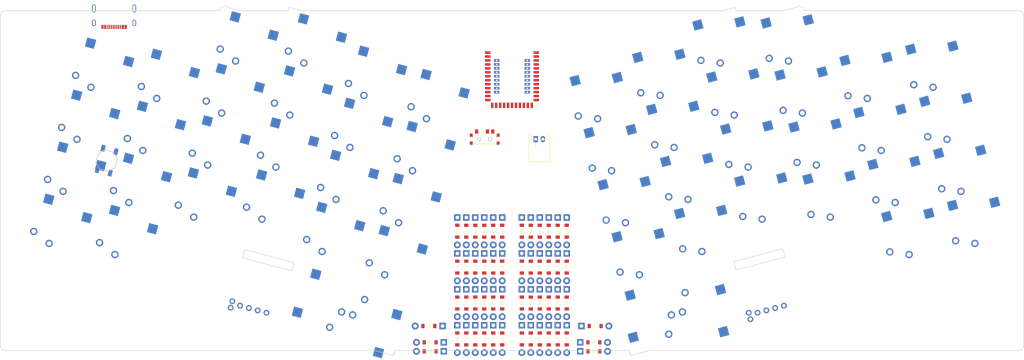
<source format=kicad_pcb>
(kicad_pcb (version 20171130) (host pcbnew 5.1.6)
  (title_block (title tin52holyiot) (rev v1.0.0) (company Unknown))
  (layers (0 F.Cu signal) (31 B.Cu signal) (34 B.Paste user) (35 F.Paste user) (36 B.SilkS user) (37 F.SilkS user) (38 B.Mask user) (39 F.Mask user) (44 Edge.Cuts user))
  (net 0 "")
  (net 1 "P1")
  (net 2 "outer_bottom")
  (net 3 "outer_home")
  (net 4 "outer_top")
  (net 5 "outer_num")
  (net 6 "P0")
  (net 7 "pinky_bottom")
  (net 8 "pinky_home")
  (net 9 "pinky_top")
  (net 10 "pinky_num")
  (net 11 "P2")
  (net 12 "ring_bottom")
  (net 13 "ring_home")
  (net 14 "ring_top")
  (net 15 "ring_num")
  (net 16 "P3")
  (net 17 "middle_bottom")
  (net 18 "middle_home")
  (net 19 "middle_top")
  (net 20 "middle_num")
  (net 21 "P4")
  (net 22 "index_bottom")
  (net 23 "index_home")
  (net 24 "index_top")
  (net 25 "index_num")
  (net 26 "P5")
  (net 27 "inner_bottom")
  (net 28 "inner_home")
  (net 29 "inner_top")
  (net 30 "inner_num")
  (net 31 "outer_thumb")
  (net 32 "inner_thumb")
  (net 33 "P6")
  (net 34 "P7")
  (net 35 "P8")
  (net 36 "P9")
  (net 37 "index_thumb")
  (net 38 "P10")
  (net 39 "P21")
  (net 40 "mirror_outer_bottom")
  (net 41 "mirror_outer_home")
  (net 42 "mirror_outer_top")
  (net 43 "mirror_outer_num")
  (net 44 "P20")
  (net 45 "mirror_pinky_bottom")
  (net 46 "mirror_pinky_home")
  (net 47 "mirror_pinky_top")
  (net 48 "mirror_pinky_num")
  (net 49 "P19")
  (net 50 "mirror_ring_bottom")
  (net 51 "mirror_ring_home")
  (net 52 "mirror_ring_top")
  (net 53 "mirror_ring_num")
  (net 54 "P18")
  (net 55 "mirror_middle_bottom")
  (net 56 "mirror_middle_home")
  (net 57 "mirror_middle_top")
  (net 58 "mirror_middle_num")
  (net 59 "P15")
  (net 60 "mirror_index_bottom")
  (net 61 "mirror_index_home")
  (net 62 "mirror_index_top")
  (net 63 "mirror_index_num")
  (net 64 "P14")
  (net 65 "mirror_inner_bottom")
  (net 66 "mirror_inner_home")
  (net 67 "mirror_inner_top")
  (net 68 "mirror_inner_num")
  (net 69 "mirror_outer_thumb")
  (net 70 "mirror_inner_thumb")
  (net 71 "mirror_index_thumb")
  (net 72 "DMIN")
  (net 73 "DPLUS")
  (net 74 "GND")
  (net 75 "P002")
  (net 76 "P003")
  (net 77 "P004")
  (net 78 "P005")
  (net 79 "P006")
  (net 80 "P007")
  (net 81 "P008")
  (net 82 "P009")
  (net 83 "P010")
  (net 84 "P011")
  (net 85 "P012")
  (net 86 "P013")
  (net 87 "P014")
  (net 88 "P015")
  (net 89 "P016")
  (net 90 "P017")
  (net 91 "P018")
  (net 92 "P019")
  (net 93 "P020")
  (net 94 "P021")
  (net 95 "P022")
  (net 96 "P023")
  (net 97 "P024")
  (net 98 "P025")
  (net 99 "P026")
  (net 100 "P027")
  (net 101 "P028")
  (net 102 "P029")
  (net 103 "P030")
  (net 104 "P031")
  (net 105 "P100")
  (net 106 "P101")
  (net 107 "P102")
  (net 108 "P103")
  (net 109 "P104")
  (net 110 "P105")
  (net 111 "P106")
  (net 112 "P107")
  (net 113 "P108")
  (net 114 "P109")
  (net 115 "P110")
  (net 116 "P111")
  (net 117 "P112")
  (net 118 "P113")
  (net 119 "P114")
  (net 120 "P115")
  (net 121 "SWDCLK")
  (net 122 "SWDIO")
  (net 123 "VBUS")
  (net 124 "VDD")
  (net 125 "VCC")
  (net 126 "CC1")
  (net 127 "CC2")
  (net 128 "DN")
  (net 129 "DP")
  (net 130 "RST")
  (net 131 "RAW")
  (net 132 "BAT+")
  (net 133 "BAT-")
  (net 134 "enc_diode")
  (module PG1350 (layer F.Cu) (at 17.8696278 4.7881523 165)
    (fp_text reference "S1" hide)
    (fp_text value "" hide)
    (pad "" np_thru_hole circle (at 0 0) (size 3.429 3.429) (drill 3.429) (layers *.Cu *.Mask))
    (pad "" np_thru_hole circle (at 5.5 0) (size 1.7018 1.7018) (drill 1.7018) (layers *.Cu *.Mask))
    (pad "" np_thru_hole circle (at -5.5 0) (size 1.7018 1.7018) (drill 1.7018) (layers *.Cu *.Mask))
    (pad 1 thru_hole circle (at 5 -3.8) (size 2.032 2.032) (drill 1.27) (layers *.Cu *.Mask) (net 1 "P1"))
    (pad 2 thru_hole circle (at 0 -5.9) (size 2.032 2.032) (drill 1.27) (layers *.Cu *.Mask) (net 2 "outer_bottom"))
  )
  (module PG1350 (layer F.Cu) (at 17.8696278 4.7881523 -15)
    (fp_text reference "S2" hide)
    (fp_text value "" hide)
    (pad "" np_thru_hole circle (at 0 0) (size 3.429 3.429) (drill 3.429) (layers *.Cu *.Mask))
    (pad "" np_thru_hole circle (at 5.5 0) (size 1.7018 1.7018) (drill 1.7018) (layers *.Cu *.Mask))
    (pad "" np_thru_hole circle (at -5.5 0) (size 1.7018 1.7018) (drill 1.7018) (layers *.Cu *.Mask))
    (pad "" np_thru_hole circle (at 5 -3.75) (size 3 3) (drill 3) (layers *.Cu *.Mask))
    (pad "" np_thru_hole circle (at 0 -5.95) (size 3 3) (drill 3) (layers *.Cu *.Mask))
    (pad 1 smd rect (at -3.275 -5.95 -15) (size 2.6 2.6) (layers B.Cu B.Paste B.Mask) (net 1 "P1"))
    (pad 2 smd rect (at 8.275 -3.75 -15) (size 2.6 2.6) (layers B.Cu B.Paste B.Mask) (net 2 "outer_bottom"))
  )
  (module PG1350 (layer F.Cu) (at 21.7519135 -9.7007351 165)
    (fp_text reference "S3" hide)
    (fp_text value "" hide)
    (pad "" np_thru_hole circle (at 0 0) (size 3.429 3.429) (drill 3.429) (layers *.Cu *.Mask))
    (pad "" np_thru_hole circle (at 5.5 0) (size 1.7018 1.7018) (drill 1.7018) (layers *.Cu *.Mask))
    (pad "" np_thru_hole circle (at -5.5 0) (size 1.7018 1.7018) (drill 1.7018) (layers *.Cu *.Mask))
    (pad 1 thru_hole circle (at 5 -3.8) (size 2.032 2.032) (drill 1.27) (layers *.Cu *.Mask) (net 1 "P1"))
    (pad 2 thru_hole circle (at 0 -5.9) (size 2.032 2.032) (drill 1.27) (layers *.Cu *.Mask) (net 3 "outer_home"))
  )
  (module PG1350 (layer F.Cu) (at 21.7519135 -9.7007351 -15)
    (fp_text reference "S4" hide)
    (fp_text value "" hide)
    (pad "" np_thru_hole circle (at 0 0) (size 3.429 3.429) (drill 3.429) (layers *.Cu *.Mask))
    (pad "" np_thru_hole circle (at 5.5 0) (size 1.7018 1.7018) (drill 1.7018) (layers *.Cu *.Mask))
    (pad "" np_thru_hole circle (at -5.5 0) (size 1.7018 1.7018) (drill 1.7018) (layers *.Cu *.Mask))
    (pad "" np_thru_hole circle (at 5 -3.75) (size 3 3) (drill 3) (layers *.Cu *.Mask))
    (pad "" np_thru_hole circle (at 0 -5.95) (size 3 3) (drill 3) (layers *.Cu *.Mask))
    (pad 1 smd rect (at -3.275 -5.95 -15) (size 2.6 2.6) (layers B.Cu B.Paste B.Mask) (net 1 "P1"))
    (pad 2 smd rect (at 8.275 -3.75 -15) (size 2.6 2.6) (layers B.Cu B.Paste B.Mask) (net 3 "outer_home"))
  )
  (module PG1350 (layer F.Cu) (at 25.6341991 -24.1896225 165)
    (fp_text reference "S5" hide)
    (fp_text value "" hide)
    (pad "" np_thru_hole circle (at 0 0) (size 3.429 3.429) (drill 3.429) (layers *.Cu *.Mask))
    (pad "" np_thru_hole circle (at 5.5 0) (size 1.7018 1.7018) (drill 1.7018) (layers *.Cu *.Mask))
    (pad "" np_thru_hole circle (at -5.5 0) (size 1.7018 1.7018) (drill 1.7018) (layers *.Cu *.Mask))
    (pad 1 thru_hole circle (at 5 -3.8) (size 2.032 2.032) (drill 1.27) (layers *.Cu *.Mask) (net 1 "P1"))
    (pad 2 thru_hole circle (at 0 -5.9) (size 2.032 2.032) (drill 1.27) (layers *.Cu *.Mask) (net 4 "outer_top"))
  )
  (module PG1350 (layer F.Cu) (at 25.6341991 -24.1896225 -15)
    (fp_text reference "S6" hide)
    (fp_text value "" hide)
    (pad "" np_thru_hole circle (at 0 0) (size 3.429 3.429) (drill 3.429) (layers *.Cu *.Mask))
    (pad "" np_thru_hole circle (at 5.5 0) (size 1.7018 1.7018) (drill 1.7018) (layers *.Cu *.Mask))
    (pad "" np_thru_hole circle (at -5.5 0) (size 1.7018 1.7018) (drill 1.7018) (layers *.Cu *.Mask))
    (pad "" np_thru_hole circle (at 5 -3.75) (size 3 3) (drill 3) (layers *.Cu *.Mask))
    (pad "" np_thru_hole circle (at 0 -5.95) (size 3 3) (drill 3) (layers *.Cu *.Mask))
    (pad 1 smd rect (at -3.275 -5.95 -15) (size 2.6 2.6) (layers B.Cu B.Paste B.Mask) (net 1 "P1"))
    (pad 2 smd rect (at 8.275 -3.75 -15) (size 2.6 2.6) (layers B.Cu B.Paste B.Mask) (net 4 "outer_top"))
  )
  (module PG1350 (layer F.Cu) (at 29.5164848 -38.6785098 165)
    (fp_text reference "S7" hide)
    (fp_text value "" hide)
    (pad "" np_thru_hole circle (at 0 0) (size 3.429 3.429) (drill 3.429) (layers *.Cu *.Mask))
    (pad "" np_thru_hole circle (at 5.5 0) (size 1.7018 1.7018) (drill 1.7018) (layers *.Cu *.Mask))
    (pad "" np_thru_hole circle (at -5.5 0) (size 1.7018 1.7018) (drill 1.7018) (layers *.Cu *.Mask))
    (pad 1 thru_hole circle (at 5 -3.8) (size 2.032 2.032) (drill 1.27) (layers *.Cu *.Mask) (net 1 "P1"))
    (pad 2 thru_hole circle (at 0 -5.9) (size 2.032 2.032) (drill 1.27) (layers *.Cu *.Mask) (net 5 "outer_num"))
  )
  (module PG1350 (layer F.Cu) (at 29.5164848 -38.6785098 -15)
    (fp_text reference "S8" hide)
    (fp_text value "" hide)
    (pad "" np_thru_hole circle (at 0 0) (size 3.429 3.429) (drill 3.429) (layers *.Cu *.Mask))
    (pad "" np_thru_hole circle (at 5.5 0) (size 1.7018 1.7018) (drill 1.7018) (layers *.Cu *.Mask))
    (pad "" np_thru_hole circle (at -5.5 0) (size 1.7018 1.7018) (drill 1.7018) (layers *.Cu *.Mask))
    (pad "" np_thru_hole circle (at 5 -3.75) (size 3 3) (drill 3) (layers *.Cu *.Mask))
    (pad "" np_thru_hole circle (at 0 -5.95) (size 3 3) (drill 3) (layers *.Cu *.Mask))
    (pad 1 smd rect (at -3.275 -5.95 -15) (size 2.6 2.6) (layers B.Cu B.Paste B.Mask) (net 1 "P1"))
    (pad 2 smd rect (at 8.275 -3.75 -15) (size 2.6 2.6) (layers B.Cu B.Paste B.Mask) (net 5 "outer_num"))
  )
  (module PG1350 (layer F.Cu) (at 36.1921889 7.8859345 165)
    (fp_text reference "S9" hide)
    (fp_text value "" hide)
    (pad "" np_thru_hole circle (at 0 0) (size 3.429 3.429) (drill 3.429) (layers *.Cu *.Mask))
    (pad "" np_thru_hole circle (at 5.5 0) (size 1.7018 1.7018) (drill 1.7018) (layers *.Cu *.Mask))
    (pad "" np_thru_hole circle (at -5.5 0) (size 1.7018 1.7018) (drill 1.7018) (layers *.Cu *.Mask))
    (pad 1 thru_hole circle (at 5 -3.8) (size 2.032 2.032) (drill 1.27) (layers *.Cu *.Mask) (net 6 "P0"))
    (pad 2 thru_hole circle (at 0 -5.9) (size 2.032 2.032) (drill 1.27) (layers *.Cu *.Mask) (net 7 "pinky_bottom"))
  )
  (module PG1350 (layer F.Cu) (at 36.1921889 7.8859345 -15)
    (fp_text reference "S10" hide)
    (fp_text value "" hide)
    (pad "" np_thru_hole circle (at 0 0) (size 3.429 3.429) (drill 3.429) (layers *.Cu *.Mask))
    (pad "" np_thru_hole circle (at 5.5 0) (size 1.7018 1.7018) (drill 1.7018) (layers *.Cu *.Mask))
    (pad "" np_thru_hole circle (at -5.5 0) (size 1.7018 1.7018) (drill 1.7018) (layers *.Cu *.Mask))
    (pad "" np_thru_hole circle (at 5 -3.75) (size 3 3) (drill 3) (layers *.Cu *.Mask))
    (pad "" np_thru_hole circle (at 0 -5.95) (size 3 3) (drill 3) (layers *.Cu *.Mask))
    (pad 1 smd rect (at -3.275 -5.95 -15) (size 2.6 2.6) (layers B.Cu B.Paste B.Mask) (net 6 "P0"))
    (pad 2 smd rect (at 8.275 -3.75 -15) (size 2.6 2.6) (layers B.Cu B.Paste B.Mask) (net 7 "pinky_bottom"))
  )
  (module PG1350 (layer F.Cu) (at 40.0744746 -6.6029529 165)
    (fp_text reference "S11" hide)
    (fp_text value "" hide)
    (pad "" np_thru_hole circle (at 0 0) (size 3.429 3.429) (drill 3.429) (layers *.Cu *.Mask))
    (pad "" np_thru_hole circle (at 5.5 0) (size 1.7018 1.7018) (drill 1.7018) (layers *.Cu *.Mask))
    (pad "" np_thru_hole circle (at -5.5 0) (size 1.7018 1.7018) (drill 1.7018) (layers *.Cu *.Mask))
    (pad 1 thru_hole circle (at 5 -3.8) (size 2.032 2.032) (drill 1.27) (layers *.Cu *.Mask) (net 6 "P0"))
    (pad 2 thru_hole circle (at 0 -5.9) (size 2.032 2.032) (drill 1.27) (layers *.Cu *.Mask) (net 8 "pinky_home"))
  )
  (module PG1350 (layer F.Cu) (at 40.0744746 -6.6029529 -15)
    (fp_text reference "S12" hide)
    (fp_text value "" hide)
    (pad "" np_thru_hole circle (at 0 0) (size 3.429 3.429) (drill 3.429) (layers *.Cu *.Mask))
    (pad "" np_thru_hole circle (at 5.5 0) (size 1.7018 1.7018) (drill 1.7018) (layers *.Cu *.Mask))
    (pad "" np_thru_hole circle (at -5.5 0) (size 1.7018 1.7018) (drill 1.7018) (layers *.Cu *.Mask))
    (pad "" np_thru_hole circle (at 5 -3.75) (size 3 3) (drill 3) (layers *.Cu *.Mask))
    (pad "" np_thru_hole circle (at 0 -5.95) (size 3 3) (drill 3) (layers *.Cu *.Mask))
    (pad 1 smd rect (at -3.275 -5.95 -15) (size 2.6 2.6) (layers B.Cu B.Paste B.Mask) (net 6 "P0"))
    (pad 2 smd rect (at 8.275 -3.75 -15) (size 2.6 2.6) (layers B.Cu B.Paste B.Mask) (net 8 "pinky_home"))
  )
  (module PG1350 (layer F.Cu) (at 43.9567603 -21.0918403 165)
    (fp_text reference "S13" hide)
    (fp_text value "" hide)
    (pad "" np_thru_hole circle (at 0 0) (size 3.429 3.429) (drill 3.429) (layers *.Cu *.Mask))
    (pad "" np_thru_hole circle (at 5.5 0) (size 1.7018 1.7018) (drill 1.7018) (layers *.Cu *.Mask))
    (pad "" np_thru_hole circle (at -5.5 0) (size 1.7018 1.7018) (drill 1.7018) (layers *.Cu *.Mask))
    (pad 1 thru_hole circle (at 5 -3.8) (size 2.032 2.032) (drill 1.27) (layers *.Cu *.Mask) (net 6 "P0"))
    (pad 2 thru_hole circle (at 0 -5.9) (size 2.032 2.032) (drill 1.27) (layers *.Cu *.Mask) (net 9 "pinky_top"))
  )
  (module PG1350 (layer F.Cu) (at 43.9567603 -21.0918403 -15)
    (fp_text reference "S14" hide)
    (fp_text value "" hide)
    (pad "" np_thru_hole circle (at 0 0) (size 3.429 3.429) (drill 3.429) (layers *.Cu *.Mask))
    (pad "" np_thru_hole circle (at 5.5 0) (size 1.7018 1.7018) (drill 1.7018) (layers *.Cu *.Mask))
    (pad "" np_thru_hole circle (at -5.5 0) (size 1.7018 1.7018) (drill 1.7018) (layers *.Cu *.Mask))
    (pad "" np_thru_hole circle (at 5 -3.75) (size 3 3) (drill 3) (layers *.Cu *.Mask))
    (pad "" np_thru_hole circle (at 0 -5.95) (size 3 3) (drill 3) (layers *.Cu *.Mask))
    (pad 1 smd rect (at -3.275 -5.95 -15) (size 2.6 2.6) (layers B.Cu B.Paste B.Mask) (net 6 "P0"))
    (pad 2 smd rect (at 8.275 -3.75 -15) (size 2.6 2.6) (layers B.Cu B.Paste B.Mask) (net 9 "pinky_top"))
  )
  (module PG1350 (layer F.Cu) (at 47.8390459 -35.5807277 165)
    (fp_text reference "S15" hide)
    (fp_text value "" hide)
    (pad "" np_thru_hole circle (at 0 0) (size 3.429 3.429) (drill 3.429) (layers *.Cu *.Mask))
    (pad "" np_thru_hole circle (at 5.5 0) (size 1.7018 1.7018) (drill 1.7018) (layers *.Cu *.Mask))
    (pad "" np_thru_hole circle (at -5.5 0) (size 1.7018 1.7018) (drill 1.7018) (layers *.Cu *.Mask))
    (pad 1 thru_hole circle (at 5 -3.8) (size 2.032 2.032) (drill 1.27) (layers *.Cu *.Mask) (net 6 "P0"))
    (pad 2 thru_hole circle (at 0 -5.9) (size 2.032 2.032) (drill 1.27) (layers *.Cu *.Mask) (net 10 "pinky_num"))
  )
  (module PG1350 (layer F.Cu) (at 47.8390459 -35.5807277 -15)
    (fp_text reference "S16" hide)
    (fp_text value "" hide)
    (pad "" np_thru_hole circle (at 0 0) (size 3.429 3.429) (drill 3.429) (layers *.Cu *.Mask))
    (pad "" np_thru_hole circle (at 5.5 0) (size 1.7018 1.7018) (drill 1.7018) (layers *.Cu *.Mask))
    (pad "" np_thru_hole circle (at -5.5 0) (size 1.7018 1.7018) (drill 1.7018) (layers *.Cu *.Mask))
    (pad "" np_thru_hole circle (at 5 -3.75) (size 3 3) (drill 3) (layers *.Cu *.Mask))
    (pad "" np_thru_hole circle (at 0 -5.95) (size 3 3) (drill 3) (layers *.Cu *.Mask))
    (pad 1 smd rect (at -3.275 -5.95 -15) (size 2.6 2.6) (layers B.Cu B.Paste B.Mask) (net 6 "P0"))
    (pad 2 smd rect (at 8.275 -3.75 -15) (size 2.6 2.6) (layers B.Cu B.Paste B.Mask) (net 10 "pinky_num"))
  )
  (module PG1350 (layer F.Cu) (at 58.1382166 -2.539245 165)
    (fp_text reference "S17" hide)
    (fp_text value "" hide)
    (pad "" np_thru_hole circle (at 0 0) (size 3.429 3.429) (drill 3.429) (layers *.Cu *.Mask))
    (pad "" np_thru_hole circle (at 5.5 0) (size 1.7018 1.7018) (drill 1.7018) (layers *.Cu *.Mask))
    (pad "" np_thru_hole circle (at -5.5 0) (size 1.7018 1.7018) (drill 1.7018) (layers *.Cu *.Mask))
    (pad 1 thru_hole circle (at 5 -3.8) (size 2.032 2.032) (drill 1.27) (layers *.Cu *.Mask) (net 11 "P2"))
    (pad 2 thru_hole circle (at 0 -5.9) (size 2.032 2.032) (drill 1.27) (layers *.Cu *.Mask) (net 12 "ring_bottom"))
  )
  (module PG1350 (layer F.Cu) (at 58.1382166 -2.539245 -15)
    (fp_text reference "S18" hide)
    (fp_text value "" hide)
    (pad "" np_thru_hole circle (at 0 0) (size 3.429 3.429) (drill 3.429) (layers *.Cu *.Mask))
    (pad "" np_thru_hole circle (at 5.5 0) (size 1.7018 1.7018) (drill 1.7018) (layers *.Cu *.Mask))
    (pad "" np_thru_hole circle (at -5.5 0) (size 1.7018 1.7018) (drill 1.7018) (layers *.Cu *.Mask))
    (pad "" np_thru_hole circle (at 5 -3.75) (size 3 3) (drill 3) (layers *.Cu *.Mask))
    (pad "" np_thru_hole circle (at 0 -5.95) (size 3 3) (drill 3) (layers *.Cu *.Mask))
    (pad 1 smd rect (at -3.275 -5.95 -15) (size 2.6 2.6) (layers B.Cu B.Paste B.Mask) (net 11 "P2"))
    (pad 2 smd rect (at 8.275 -3.75 -15) (size 2.6 2.6) (layers B.Cu B.Paste B.Mask) (net 12 "ring_bottom"))
  )
  (module PG1350 (layer F.Cu) (at 62.0205023 -17.0281324 165)
    (fp_text reference "S19" hide)
    (fp_text value "" hide)
    (pad "" np_thru_hole circle (at 0 0) (size 3.429 3.429) (drill 3.429) (layers *.Cu *.Mask))
    (pad "" np_thru_hole circle (at 5.5 0) (size 1.7018 1.7018) (drill 1.7018) (layers *.Cu *.Mask))
    (pad "" np_thru_hole circle (at -5.5 0) (size 1.7018 1.7018) (drill 1.7018) (layers *.Cu *.Mask))
    (pad 1 thru_hole circle (at 5 -3.8) (size 2.032 2.032) (drill 1.27) (layers *.Cu *.Mask) (net 11 "P2"))
    (pad 2 thru_hole circle (at 0 -5.9) (size 2.032 2.032) (drill 1.27) (layers *.Cu *.Mask) (net 13 "ring_home"))
  )
  (module PG1350 (layer F.Cu) (at 62.0205023 -17.0281324 -15)
    (fp_text reference "S20" hide)
    (fp_text value "" hide)
    (pad "" np_thru_hole circle (at 0 0) (size 3.429 3.429) (drill 3.429) (layers *.Cu *.Mask))
    (pad "" np_thru_hole circle (at 5.5 0) (size 1.7018 1.7018) (drill 1.7018) (layers *.Cu *.Mask))
    (pad "" np_thru_hole circle (at -5.5 0) (size 1.7018 1.7018) (drill 1.7018) (layers *.Cu *.Mask))
    (pad "" np_thru_hole circle (at 5 -3.75) (size 3 3) (drill 3) (layers *.Cu *.Mask))
    (pad "" np_thru_hole circle (at 0 -5.95) (size 3 3) (drill 3) (layers *.Cu *.Mask))
    (pad 1 smd rect (at -3.275 -5.95 -15) (size 2.6 2.6) (layers B.Cu B.Paste B.Mask) (net 11 "P2"))
    (pad 2 smd rect (at 8.275 -3.75 -15) (size 2.6 2.6) (layers B.Cu B.Paste B.Mask) (net 13 "ring_home"))
  )
  (module PG1350 (layer F.Cu) (at 65.902788 -31.5170197 165)
    (fp_text reference "S21" hide)
    (fp_text value "" hide)
    (pad "" np_thru_hole circle (at 0 0) (size 3.429 3.429) (drill 3.429) (layers *.Cu *.Mask))
    (pad "" np_thru_hole circle (at 5.5 0) (size 1.7018 1.7018) (drill 1.7018) (layers *.Cu *.Mask))
    (pad "" np_thru_hole circle (at -5.5 0) (size 1.7018 1.7018) (drill 1.7018) (layers *.Cu *.Mask))
    (pad 1 thru_hole circle (at 5 -3.8) (size 2.032 2.032) (drill 1.27) (layers *.Cu *.Mask) (net 11 "P2"))
    (pad 2 thru_hole circle (at 0 -5.9) (size 2.032 2.032) (drill 1.27) (layers *.Cu *.Mask) (net 14 "ring_top"))
  )
  (module PG1350 (layer F.Cu) (at 65.902788 -31.5170197 -15)
    (fp_text reference "S22" hide)
    (fp_text value "" hide)
    (pad "" np_thru_hole circle (at 0 0) (size 3.429 3.429) (drill 3.429) (layers *.Cu *.Mask))
    (pad "" np_thru_hole circle (at 5.5 0) (size 1.7018 1.7018) (drill 1.7018) (layers *.Cu *.Mask))
    (pad "" np_thru_hole circle (at -5.5 0) (size 1.7018 1.7018) (drill 1.7018) (layers *.Cu *.Mask))
    (pad "" np_thru_hole circle (at 5 -3.75) (size 3 3) (drill 3) (layers *.Cu *.Mask))
    (pad "" np_thru_hole circle (at 0 -5.95) (size 3 3) (drill 3) (layers *.Cu *.Mask))
    (pad 1 smd rect (at -3.275 -5.95 -15) (size 2.6 2.6) (layers B.Cu B.Paste B.Mask) (net 11 "P2"))
    (pad 2 smd rect (at 8.275 -3.75 -15) (size 2.6 2.6) (layers B.Cu B.Paste B.Mask) (net 14 "ring_top"))
  )
  (module PG1350 (layer F.Cu) (at 69.7850737 -46.0059071 165)
    (fp_text reference "S23" hide)
    (fp_text value "" hide)
    (pad "" np_thru_hole circle (at 0 0) (size 3.429 3.429) (drill 3.429) (layers *.Cu *.Mask))
    (pad "" np_thru_hole circle (at 5.5 0) (size 1.7018 1.7018) (drill 1.7018) (layers *.Cu *.Mask))
    (pad "" np_thru_hole circle (at -5.5 0) (size 1.7018 1.7018) (drill 1.7018) (layers *.Cu *.Mask))
    (pad 1 thru_hole circle (at 5 -3.8) (size 2.032 2.032) (drill 1.27) (layers *.Cu *.Mask) (net 11 "P2"))
    (pad 2 thru_hole circle (at 0 -5.9) (size 2.032 2.032) (drill 1.27) (layers *.Cu *.Mask) (net 15 "ring_num"))
  )
  (module PG1350 (layer F.Cu) (at 69.7850737 -46.0059071 -15)
    (fp_text reference "S24" hide)
    (fp_text value "" hide)
    (pad "" np_thru_hole circle (at 0 0) (size 3.429 3.429) (drill 3.429) (layers *.Cu *.Mask))
    (pad "" np_thru_hole circle (at 5.5 0) (size 1.7018 1.7018) (drill 1.7018) (layers *.Cu *.Mask))
    (pad "" np_thru_hole circle (at -5.5 0) (size 1.7018 1.7018) (drill 1.7018) (layers *.Cu *.Mask))
    (pad "" np_thru_hole circle (at 5 -3.75) (size 3 3) (drill 3) (layers *.Cu *.Mask))
    (pad "" np_thru_hole circle (at 0 -5.95) (size 3 3) (drill 3) (layers *.Cu *.Mask))
    (pad 1 smd rect (at -3.275 -5.95 -15) (size 2.6 2.6) (layers B.Cu B.Paste B.Mask) (net 11 "P2"))
    (pad 2 smd rect (at 8.275 -3.75 -15) (size 2.6 2.6) (layers B.Cu B.Paste B.Mask) (net 15 "ring_num"))
  )
  (module PG1350 (layer F.Cu) (at 77.1401778 -1.9770181 165)
    (fp_text reference "S25" hide)
    (fp_text value "" hide)
    (pad "" np_thru_hole circle (at 0 0) (size 3.429 3.429) (drill 3.429) (layers *.Cu *.Mask))
    (pad "" np_thru_hole circle (at 5.5 0) (size 1.7018 1.7018) (drill 1.7018) (layers *.Cu *.Mask))
    (pad "" np_thru_hole circle (at -5.5 0) (size 1.7018 1.7018) (drill 1.7018) (layers *.Cu *.Mask))
    (pad 1 thru_hole circle (at 5 -3.8) (size 2.032 2.032) (drill 1.27) (layers *.Cu *.Mask) (net 16 "P3"))
    (pad 2 thru_hole circle (at 0 -5.9) (size 2.032 2.032) (drill 1.27) (layers *.Cu *.Mask) (net 17 "middle_bottom"))
  )
  (module PG1350 (layer F.Cu) (at 77.1401778 -1.9770181 -15)
    (fp_text reference "S26" hide)
    (fp_text value "" hide)
    (pad "" np_thru_hole circle (at 0 0) (size 3.429 3.429) (drill 3.429) (layers *.Cu *.Mask))
    (pad "" np_thru_hole circle (at 5.5 0) (size 1.7018 1.7018) (drill 1.7018) (layers *.Cu *.Mask))
    (pad "" np_thru_hole circle (at -5.5 0) (size 1.7018 1.7018) (drill 1.7018) (layers *.Cu *.Mask))
    (pad "" np_thru_hole circle (at 5 -3.75) (size 3 3) (drill 3) (layers *.Cu *.Mask))
    (pad "" np_thru_hole circle (at 0 -5.95) (size 3 3) (drill 3) (layers *.Cu *.Mask))
    (pad 1 smd rect (at -3.275 -5.95 -15) (size 2.6 2.6) (layers B.Cu B.Paste B.Mask) (net 16 "P3"))
    (pad 2 smd rect (at 8.275 -3.75 -15) (size 2.6 2.6) (layers B.Cu B.Paste B.Mask) (net 17 "middle_bottom"))
  )
  (module PG1350 (layer F.Cu) (at 81.0224634 -16.4659055 165)
    (fp_text reference "S27" hide)
    (fp_text value "" hide)
    (pad "" np_thru_hole circle (at 0 0) (size 3.429 3.429) (drill 3.429) (layers *.Cu *.Mask))
    (pad "" np_thru_hole circle (at 5.5 0) (size 1.7018 1.7018) (drill 1.7018) (layers *.Cu *.Mask))
    (pad "" np_thru_hole circle (at -5.5 0) (size 1.7018 1.7018) (drill 1.7018) (layers *.Cu *.Mask))
    (pad 1 thru_hole circle (at 5 -3.8) (size 2.032 2.032) (drill 1.27) (layers *.Cu *.Mask) (net 16 "P3"))
    (pad 2 thru_hole circle (at 0 -5.9) (size 2.032 2.032) (drill 1.27) (layers *.Cu *.Mask) (net 18 "middle_home"))
  )
  (module PG1350 (layer F.Cu) (at 81.0224634 -16.4659055 -15)
    (fp_text reference "S28" hide)
    (fp_text value "" hide)
    (pad "" np_thru_hole circle (at 0 0) (size 3.429 3.429) (drill 3.429) (layers *.Cu *.Mask))
    (pad "" np_thru_hole circle (at 5.5 0) (size 1.7018 1.7018) (drill 1.7018) (layers *.Cu *.Mask))
    (pad "" np_thru_hole circle (at -5.5 0) (size 1.7018 1.7018) (drill 1.7018) (layers *.Cu *.Mask))
    (pad "" np_thru_hole circle (at 5 -3.75) (size 3 3) (drill 3) (layers *.Cu *.Mask))
    (pad "" np_thru_hole circle (at 0 -5.95) (size 3 3) (drill 3) (layers *.Cu *.Mask))
    (pad 1 smd rect (at -3.275 -5.95 -15) (size 2.6 2.6) (layers B.Cu B.Paste B.Mask) (net 16 "P3"))
    (pad 2 smd rect (at 8.275 -3.75 -15) (size 2.6 2.6) (layers B.Cu B.Paste B.Mask) (net 18 "middle_home"))
  )
  (module PG1350 (layer F.Cu) (at 84.9047491 -30.9547929 165)
    (fp_text reference "S29" hide)
    (fp_text value "" hide)
    (pad "" np_thru_hole circle (at 0 0) (size 3.429 3.429) (drill 3.429) (layers *.Cu *.Mask))
    (pad "" np_thru_hole circle (at 5.5 0) (size 1.7018 1.7018) (drill 1.7018) (layers *.Cu *.Mask))
    (pad "" np_thru_hole circle (at -5.5 0) (size 1.7018 1.7018) (drill 1.7018) (layers *.Cu *.Mask))
    (pad 1 thru_hole circle (at 5 -3.8) (size 2.032 2.032) (drill 1.27) (layers *.Cu *.Mask) (net 16 "P3"))
    (pad 2 thru_hole circle (at 0 -5.9) (size 2.032 2.032) (drill 1.27) (layers *.Cu *.Mask) (net 19 "middle_top"))
  )
  (module PG1350 (layer F.Cu) (at 84.9047491 -30.9547929 -15)
    (fp_text reference "S30" hide)
    (fp_text value "" hide)
    (pad "" np_thru_hole circle (at 0 0) (size 3.429 3.429) (drill 3.429) (layers *.Cu *.Mask))
    (pad "" np_thru_hole circle (at 5.5 0) (size 1.7018 1.7018) (drill 1.7018) (layers *.Cu *.Mask))
    (pad "" np_thru_hole circle (at -5.5 0) (size 1.7018 1.7018) (drill 1.7018) (layers *.Cu *.Mask))
    (pad "" np_thru_hole circle (at 5 -3.75) (size 3 3) (drill 3) (layers *.Cu *.Mask))
    (pad "" np_thru_hole circle (at 0 -5.95) (size 3 3) (drill 3) (layers *.Cu *.Mask))
    (pad 1 smd rect (at -3.275 -5.95 -15) (size 2.6 2.6) (layers B.Cu B.Paste B.Mask) (net 16 "P3"))
    (pad 2 smd rect (at 8.275 -3.75 -15) (size 2.6 2.6) (layers B.Cu B.Paste B.Mask) (net 19 "middle_top"))
  )
  (module PG1350 (layer F.Cu) (at 88.7870348 -45.4436803 165)
    (fp_text reference "S31" hide)
    (fp_text value "" hide)
    (pad "" np_thru_hole circle (at 0 0) (size 3.429 3.429) (drill 3.429) (layers *.Cu *.Mask))
    (pad "" np_thru_hole circle (at 5.5 0) (size 1.7018 1.7018) (drill 1.7018) (layers *.Cu *.Mask))
    (pad "" np_thru_hole circle (at -5.5 0) (size 1.7018 1.7018) (drill 1.7018) (layers *.Cu *.Mask))
    (pad 1 thru_hole circle (at 5 -3.8) (size 2.032 2.032) (drill 1.27) (layers *.Cu *.Mask) (net 16 "P3"))
    (pad 2 thru_hole circle (at 0 -5.9) (size 2.032 2.032) (drill 1.27) (layers *.Cu *.Mask) (net 20 "middle_num"))
  )
  (module PG1350 (layer F.Cu) (at 88.7870348 -45.4436803 -15)
    (fp_text reference "S32" hide)
    (fp_text value "" hide)
    (pad "" np_thru_hole circle (at 0 0) (size 3.429 3.429) (drill 3.429) (layers *.Cu *.Mask))
    (pad "" np_thru_hole circle (at 5.5 0) (size 1.7018 1.7018) (drill 1.7018) (layers *.Cu *.Mask))
    (pad "" np_thru_hole circle (at -5.5 0) (size 1.7018 1.7018) (drill 1.7018) (layers *.Cu *.Mask))
    (pad "" np_thru_hole circle (at 5 -3.75) (size 3 3) (drill 3) (layers *.Cu *.Mask))
    (pad "" np_thru_hole circle (at 0 -5.95) (size 3 3) (drill 3) (layers *.Cu *.Mask))
    (pad 1 smd rect (at -3.275 -5.95 -15) (size 2.6 2.6) (layers B.Cu B.Paste B.Mask) (net 16 "P3"))
    (pad 2 smd rect (at 8.275 -3.75 -15) (size 2.6 2.6) (layers B.Cu B.Paste B.Mask) (net 20 "middle_num"))
  )
  (module PG1350 (layer F.Cu) (at 93.8774722 7.0370597 165)
    (fp_text reference "S33" hide)
    (fp_text value "" hide)
    (pad "" np_thru_hole circle (at 0 0) (size 3.429 3.429) (drill 3.429) (layers *.Cu *.Mask))
    (pad "" np_thru_hole circle (at 5.5 0) (size 1.7018 1.7018) (drill 1.7018) (layers *.Cu *.Mask))
    (pad "" np_thru_hole circle (at -5.5 0) (size 1.7018 1.7018) (drill 1.7018) (layers *.Cu *.Mask))
    (pad 1 thru_hole circle (at 5 -3.8) (size 2.032 2.032) (drill 1.27) (layers *.Cu *.Mask) (net 21 "P4"))
    (pad 2 thru_hole circle (at 0 -5.9) (size 2.032 2.032) (drill 1.27) (layers *.Cu *.Mask) (net 22 "index_bottom"))
  )
  (module PG1350 (layer F.Cu) (at 93.8774722 7.0370597 -15)
    (fp_text reference "S34" hide)
    (fp_text value "" hide)
    (pad "" np_thru_hole circle (at 0 0) (size 3.429 3.429) (drill 3.429) (layers *.Cu *.Mask))
    (pad "" np_thru_hole circle (at 5.5 0) (size 1.7018 1.7018) (drill 1.7018) (layers *.Cu *.Mask))
    (pad "" np_thru_hole circle (at -5.5 0) (size 1.7018 1.7018) (drill 1.7018) (layers *.Cu *.Mask))
    (pad "" np_thru_hole circle (at 5 -3.75) (size 3 3) (drill 3) (layers *.Cu *.Mask))
    (pad "" np_thru_hole circle (at 0 -5.95) (size 3 3) (drill 3) (layers *.Cu *.Mask))
    (pad 1 smd rect (at -3.275 -5.95 -15) (size 2.6 2.6) (layers B.Cu B.Paste B.Mask) (net 21 "P4"))
    (pad 2 smd rect (at 8.275 -3.75 -15) (size 2.6 2.6) (layers B.Cu B.Paste B.Mask) (net 22 "index_bottom"))
  )
  (module PG1350 (layer F.Cu) (at 97.7597579 -7.4518277 165)
    (fp_text reference "S35" hide)
    (fp_text value "" hide)
    (pad "" np_thru_hole circle (at 0 0) (size 3.429 3.429) (drill 3.429) (layers *.Cu *.Mask))
    (pad "" np_thru_hole circle (at 5.5 0) (size 1.7018 1.7018) (drill 1.7018) (layers *.Cu *.Mask))
    (pad "" np_thru_hole circle (at -5.5 0) (size 1.7018 1.7018) (drill 1.7018) (layers *.Cu *.Mask))
    (pad 1 thru_hole circle (at 5 -3.8) (size 2.032 2.032) (drill 1.27) (layers *.Cu *.Mask) (net 21 "P4"))
    (pad 2 thru_hole circle (at 0 -5.9) (size 2.032 2.032) (drill 1.27) (layers *.Cu *.Mask) (net 23 "index_home"))
  )
  (module PG1350 (layer F.Cu) (at 97.7597579 -7.4518277 -15)
    (fp_text reference "S36" hide)
    (fp_text value "" hide)
    (pad "" np_thru_hole circle (at 0 0) (size 3.429 3.429) (drill 3.429) (layers *.Cu *.Mask))
    (pad "" np_thru_hole circle (at 5.5 0) (size 1.7018 1.7018) (drill 1.7018) (layers *.Cu *.Mask))
    (pad "" np_thru_hole circle (at -5.5 0) (size 1.7018 1.7018) (drill 1.7018) (layers *.Cu *.Mask))
    (pad "" np_thru_hole circle (at 5 -3.75) (size 3 3) (drill 3) (layers *.Cu *.Mask))
    (pad "" np_thru_hole circle (at 0 -5.95) (size 3 3) (drill 3) (layers *.Cu *.Mask))
    (pad 1 smd rect (at -3.275 -5.95 -15) (size 2.6 2.6) (layers B.Cu B.Paste B.Mask) (net 21 "P4"))
    (pad 2 smd rect (at 8.275 -3.75 -15) (size 2.6 2.6) (layers B.Cu B.Paste B.Mask) (net 23 "index_home"))
  )
  (module PG1350 (layer F.Cu) (at 101.6420436 -21.9407151 165)
    (fp_text reference "S37" hide)
    (fp_text value "" hide)
    (pad "" np_thru_hole circle (at 0 0) (size 3.429 3.429) (drill 3.429) (layers *.Cu *.Mask))
    (pad "" np_thru_hole circle (at 5.5 0) (size 1.7018 1.7018) (drill 1.7018) (layers *.Cu *.Mask))
    (pad "" np_thru_hole circle (at -5.5 0) (size 1.7018 1.7018) (drill 1.7018) (layers *.Cu *.Mask))
    (pad 1 thru_hole circle (at 5 -3.8) (size 2.032 2.032) (drill 1.27) (layers *.Cu *.Mask) (net 21 "P4"))
    (pad 2 thru_hole circle (at 0 -5.9) (size 2.032 2.032) (drill 1.27) (layers *.Cu *.Mask) (net 24 "index_top"))
  )
  (module PG1350 (layer F.Cu) (at 101.6420436 -21.9407151 -15)
    (fp_text reference "S38" hide)
    (fp_text value "" hide)
    (pad "" np_thru_hole circle (at 0 0) (size 3.429 3.429) (drill 3.429) (layers *.Cu *.Mask))
    (pad "" np_thru_hole circle (at 5.5 0) (size 1.7018 1.7018) (drill 1.7018) (layers *.Cu *.Mask))
    (pad "" np_thru_hole circle (at -5.5 0) (size 1.7018 1.7018) (drill 1.7018) (layers *.Cu *.Mask))
    (pad "" np_thru_hole circle (at 5 -3.75) (size 3 3) (drill 3) (layers *.Cu *.Mask))
    (pad "" np_thru_hole circle (at 0 -5.95) (size 3 3) (drill 3) (layers *.Cu *.Mask))
    (pad 1 smd rect (at -3.275 -5.95 -15) (size 2.6 2.6) (layers B.Cu B.Paste B.Mask) (net 21 "P4"))
    (pad 2 smd rect (at 8.275 -3.75 -15) (size 2.6 2.6) (layers B.Cu B.Paste B.Mask) (net 24 "index_top"))
  )
  (module PG1350 (layer F.Cu) (at 105.5243293 -36.4296025 165)
    (fp_text reference "S39" hide)
    (fp_text value "" hide)
    (pad "" np_thru_hole circle (at 0 0) (size 3.429 3.429) (drill 3.429) (layers *.Cu *.Mask))
    (pad "" np_thru_hole circle (at 5.5 0) (size 1.7018 1.7018) (drill 1.7018) (layers *.Cu *.Mask))
    (pad "" np_thru_hole circle (at -5.5 0) (size 1.7018 1.7018) (drill 1.7018) (layers *.Cu *.Mask))
    (pad 1 thru_hole circle (at 5 -3.8) (size 2.032 2.032) (drill 1.27) (layers *.Cu *.Mask) (net 21 "P4"))
    (pad 2 thru_hole circle (at 0 -5.9) (size 2.032 2.032) (drill 1.27) (layers *.Cu *.Mask) (net 25 "index_num"))
  )
  (module PG1350 (layer F.Cu) (at 105.5243293 -36.4296025 -15)
    (fp_text reference "S40" hide)
    (fp_text value "" hide)
    (pad "" np_thru_hole circle (at 0 0) (size 3.429 3.429) (drill 3.429) (layers *.Cu *.Mask))
    (pad "" np_thru_hole circle (at 5.5 0) (size 1.7018 1.7018) (drill 1.7018) (layers *.Cu *.Mask))
    (pad "" np_thru_hole circle (at -5.5 0) (size 1.7018 1.7018) (drill 1.7018) (layers *.Cu *.Mask))
    (pad "" np_thru_hole circle (at 5 -3.75) (size 3 3) (drill 3) (layers *.Cu *.Mask))
    (pad "" np_thru_hole circle (at 0 -5.95) (size 3 3) (drill 3) (layers *.Cu *.Mask))
    (pad 1 smd rect (at -3.275 -5.95 -15) (size 2.6 2.6) (layers B.Cu B.Paste B.Mask) (net 21 "P4"))
    (pad 2 smd rect (at 8.275 -3.75 -15) (size 2.6 2.6) (layers B.Cu B.Paste B.Mask) (net 25 "index_num"))
  )
  (module PG1350 (layer F.Cu) (at 111.2941667 13.5155822 165)
    (fp_text reference "S41" hide)
    (fp_text value "" hide)
    (pad "" np_thru_hole circle (at 0 0) (size 3.429 3.429) (drill 3.429) (layers *.Cu *.Mask))
    (pad "" np_thru_hole circle (at 5.5 0) (size 1.7018 1.7018) (drill 1.7018) (layers *.Cu *.Mask))
    (pad "" np_thru_hole circle (at -5.5 0) (size 1.7018 1.7018) (drill 1.7018) (layers *.Cu *.Mask))
    (pad 1 thru_hole circle (at 5 -3.8) (size 2.032 2.032) (drill 1.27) (layers *.Cu *.Mask) (net 26 "P5"))
    (pad 2 thru_hole circle (at 0 -5.9) (size 2.032 2.032) (drill 1.27) (layers *.Cu *.Mask) (net 27 "inner_bottom"))
  )
  (module PG1350 (layer F.Cu) (at 111.2941667 13.5155822 -15)
    (fp_text reference "S42" hide)
    (fp_text value "" hide)
    (pad "" np_thru_hole circle (at 0 0) (size 3.429 3.429) (drill 3.429) (layers *.Cu *.Mask))
    (pad "" np_thru_hole circle (at 5.5 0) (size 1.7018 1.7018) (drill 1.7018) (layers *.Cu *.Mask))
    (pad "" np_thru_hole circle (at -5.5 0) (size 1.7018 1.7018) (drill 1.7018) (layers *.Cu *.Mask))
    (pad "" np_thru_hole circle (at 5 -3.75) (size 3 3) (drill 3) (layers *.Cu *.Mask))
    (pad "" np_thru_hole circle (at 0 -5.95) (size 3 3) (drill 3) (layers *.Cu *.Mask))
    (pad 1 smd rect (at -3.275 -5.95 -15) (size 2.6 2.6) (layers B.Cu B.Paste B.Mask) (net 26 "P5"))
    (pad 2 smd rect (at 8.275 -3.75 -15) (size 2.6 2.6) (layers B.Cu B.Paste B.Mask) (net 27 "inner_bottom"))
  )
  (module PG1350 (layer F.Cu) (at 115.1764524 -0.9733052 165)
    (fp_text reference "S43" hide)
    (fp_text value "" hide)
    (pad "" np_thru_hole circle (at 0 0) (size 3.429 3.429) (drill 3.429) (layers *.Cu *.Mask))
    (pad "" np_thru_hole circle (at 5.5 0) (size 1.7018 1.7018) (drill 1.7018) (layers *.Cu *.Mask))
    (pad "" np_thru_hole circle (at -5.5 0) (size 1.7018 1.7018) (drill 1.7018) (layers *.Cu *.Mask))
    (pad 1 thru_hole circle (at 5 -3.8) (size 2.032 2.032) (drill 1.27) (layers *.Cu *.Mask) (net 26 "P5"))
    (pad 2 thru_hole circle (at 0 -5.9) (size 2.032 2.032) (drill 1.27) (layers *.Cu *.Mask) (net 28 "inner_home"))
  )
  (module PG1350 (layer F.Cu) (at 115.1764524 -0.9733052 -15)
    (fp_text reference "S44" hide)
    (fp_text value "" hide)
    (pad "" np_thru_hole circle (at 0 0) (size 3.429 3.429) (drill 3.429) (layers *.Cu *.Mask))
    (pad "" np_thru_hole circle (at 5.5 0) (size 1.7018 1.7018) (drill 1.7018) (layers *.Cu *.Mask))
    (pad "" np_thru_hole circle (at -5.5 0) (size 1.7018 1.7018) (drill 1.7018) (layers *.Cu *.Mask))
    (pad "" np_thru_hole circle (at 5 -3.75) (size 3 3) (drill 3) (layers *.Cu *.Mask))
    (pad "" np_thru_hole circle (at 0 -5.95) (size 3 3) (drill 3) (layers *.Cu *.Mask))
    (pad 1 smd rect (at -3.275 -5.95 -15) (size 2.6 2.6) (layers B.Cu B.Paste B.Mask) (net 26 "P5"))
    (pad 2 smd rect (at 8.275 -3.75 -15) (size 2.6 2.6) (layers B.Cu B.Paste B.Mask) (net 28 "inner_home"))
  )
  (module PG1350 (layer F.Cu) (at 119.058738 -15.4621925 165)
    (fp_text reference "S45" hide)
    (fp_text value "" hide)
    (pad "" np_thru_hole circle (at 0 0) (size 3.429 3.429) (drill 3.429) (layers *.Cu *.Mask))
    (pad "" np_thru_hole circle (at 5.5 0) (size 1.7018 1.7018) (drill 1.7018) (layers *.Cu *.Mask))
    (pad "" np_thru_hole circle (at -5.5 0) (size 1.7018 1.7018) (drill 1.7018) (layers *.Cu *.Mask))
    (pad 1 thru_hole circle (at 5 -3.8) (size 2.032 2.032) (drill 1.27) (layers *.Cu *.Mask) (net 26 "P5"))
    (pad 2 thru_hole circle (at 0 -5.9) (size 2.032 2.032) (drill 1.27) (layers *.Cu *.Mask) (net 29 "inner_top"))
  )
  (module PG1350 (layer F.Cu) (at 119.058738 -15.4621925 -15)
    (fp_text reference "S46" hide)
    (fp_text value "" hide)
    (pad "" np_thru_hole circle (at 0 0) (size 3.429 3.429) (drill 3.429) (layers *.Cu *.Mask))
    (pad "" np_thru_hole circle (at 5.5 0) (size 1.7018 1.7018) (drill 1.7018) (layers *.Cu *.Mask))
    (pad "" np_thru_hole circle (at -5.5 0) (size 1.7018 1.7018) (drill 1.7018) (layers *.Cu *.Mask))
    (pad "" np_thru_hole circle (at 5 -3.75) (size 3 3) (drill 3) (layers *.Cu *.Mask))
    (pad "" np_thru_hole circle (at 0 -5.95) (size 3 3) (drill 3) (layers *.Cu *.Mask))
    (pad 1 smd rect (at -3.275 -5.95 -15) (size 2.6 2.6) (layers B.Cu B.Paste B.Mask) (net 26 "P5"))
    (pad 2 smd rect (at 8.275 -3.75 -15) (size 2.6 2.6) (layers B.Cu B.Paste B.Mask) (net 29 "inner_top"))
  )
  (module PG1350 (layer F.Cu) (at 122.9410237 -29.9510799 165)
    (fp_text reference "S47" hide)
    (fp_text value "" hide)
    (pad "" np_thru_hole circle (at 0 0) (size 3.429 3.429) (drill 3.429) (layers *.Cu *.Mask))
    (pad "" np_thru_hole circle (at 5.5 0) (size 1.7018 1.7018) (drill 1.7018) (layers *.Cu *.Mask))
    (pad "" np_thru_hole circle (at -5.5 0) (size 1.7018 1.7018) (drill 1.7018) (layers *.Cu *.Mask))
    (pad 1 thru_hole circle (at 5 -3.8) (size 2.032 2.032) (drill 1.27) (layers *.Cu *.Mask) (net 26 "P5"))
    (pad 2 thru_hole circle (at 0 -5.9) (size 2.032 2.032) (drill 1.27) (layers *.Cu *.Mask) (net 30 "inner_num"))
  )
  (module PG1350 (layer F.Cu) (at 122.9410237 -29.9510799 -15)
    (fp_text reference "S48" hide)
    (fp_text value "" hide)
    (pad "" np_thru_hole circle (at 0 0) (size 3.429 3.429) (drill 3.429) (layers *.Cu *.Mask))
    (pad "" np_thru_hole circle (at 5.5 0) (size 1.7018 1.7018) (drill 1.7018) (layers *.Cu *.Mask))
    (pad "" np_thru_hole circle (at -5.5 0) (size 1.7018 1.7018) (drill 1.7018) (layers *.Cu *.Mask))
    (pad "" np_thru_hole circle (at 5 -3.75) (size 3 3) (drill 3) (layers *.Cu *.Mask))
    (pad "" np_thru_hole circle (at 0 -5.95) (size 3 3) (drill 3) (layers *.Cu *.Mask))
    (pad 1 smd rect (at -3.275 -5.95 -15) (size 2.6 2.6) (layers B.Cu B.Paste B.Mask) (net 26 "P5"))
    (pad 2 smd rect (at 8.275 -3.75 -15) (size 2.6 2.6) (layers B.Cu B.Paste B.Mask) (net 30 "inner_num"))
  )
  (module PG1350 (layer F.Cu) (at 92.0809026 28.037651 255)
    (fp_text reference "S49" hide)
    (fp_text value "" hide)
    (pad "" np_thru_hole circle (at 0 0) (size 3.429 3.429) (drill 3.429) (layers *.Cu *.Mask))
    (pad "" np_thru_hole circle (at 5.5 0) (size 1.7018 1.7018) (drill 1.7018) (layers *.Cu *.Mask))
    (pad "" np_thru_hole circle (at -5.5 0) (size 1.7018 1.7018) (drill 1.7018) (layers *.Cu *.Mask))
    (pad 1 thru_hole circle (at 5 -3.8) (size 2.032 2.032) (drill 1.27) (layers *.Cu *.Mask) (net 21 "P4"))
    (pad 2 thru_hole circle (at 0 -5.9) (size 2.032 2.032) (drill 1.27) (layers *.Cu *.Mask) (net 31 "outer_thumb"))
  )
  (module PG1350 (layer F.Cu) (at 92.0809026 28.037651 75)
    (fp_text reference "S50" hide)
    (fp_text value "" hide)
    (pad "" np_thru_hole circle (at 0 0) (size 3.429 3.429) (drill 3.429) (layers *.Cu *.Mask))
    (pad "" np_thru_hole circle (at 5.5 0) (size 1.7018 1.7018) (drill 1.7018) (layers *.Cu *.Mask))
    (pad "" np_thru_hole circle (at -5.5 0) (size 1.7018 1.7018) (drill 1.7018) (layers *.Cu *.Mask))
    (pad "" np_thru_hole circle (at 5 -3.75) (size 3 3) (drill 3) (layers *.Cu *.Mask))
    (pad "" np_thru_hole circle (at 0 -5.95) (size 3 3) (drill 3) (layers *.Cu *.Mask))
    (pad 1 smd rect (at -3.275 -5.95 75) (size 2.6 2.6) (layers B.Cu B.Paste B.Mask) (net 21 "P4"))
    (pad 2 smd rect (at 8.275 -3.75 75) (size 2.6 2.6) (layers B.Cu B.Paste B.Mask) (net 31 "outer_thumb"))
  )
  (module PG1350 (layer F.Cu) (at 106.56979 31.9199367 75)
    (fp_text reference "S51" hide)
    (fp_text value "" hide)
    (pad "" np_thru_hole circle (at 0 0) (size 3.429 3.429) (drill 3.429) (layers *.Cu *.Mask))
    (pad "" np_thru_hole circle (at 5.5 0) (size 1.7018 1.7018) (drill 1.7018) (layers *.Cu *.Mask))
    (pad "" np_thru_hole circle (at -5.5 0) (size 1.7018 1.7018) (drill 1.7018) (layers *.Cu *.Mask))
    (pad 1 thru_hole circle (at 5 -3.8) (size 2.032 2.032) (drill 1.27) (layers *.Cu *.Mask) (net 26 "P5"))
    (pad 2 thru_hole circle (at 0 -5.9) (size 2.032 2.032) (drill 1.27) (layers *.Cu *.Mask) (net 32 "inner_thumb"))
  )
  (module PG1350 (layer F.Cu) (at 106.56979 31.9199367 -105)
    (fp_text reference "S52" hide)
    (fp_text value "" hide)
    (pad "" np_thru_hole circle (at 0 0) (size 3.429 3.429) (drill 3.429) (layers *.Cu *.Mask))
    (pad "" np_thru_hole circle (at 5.5 0) (size 1.7018 1.7018) (drill 1.7018) (layers *.Cu *.Mask))
    (pad "" np_thru_hole circle (at -5.5 0) (size 1.7018 1.7018) (drill 1.7018) (layers *.Cu *.Mask))
    (pad "" np_thru_hole circle (at 5 -3.75) (size 3 3) (drill 3) (layers *.Cu *.Mask))
    (pad "" np_thru_hole circle (at 0 -5.95) (size 3 3) (drill 3) (layers *.Cu *.Mask))
    (pad 1 smd rect (at -3.275 -5.95 -105) (size 2.6 2.6) (layers B.Cu B.Paste B.Mask) (net 26 "P5"))
    (pad 2 smd rect (at 8.275 -3.75 -105) (size 2.6 2.6) (layers B.Cu B.Paste B.Mask) (net 32 "inner_thumb"))
  )
  (module ComboDiode (layer F.Cu) (at 130.0089827 37.0844284 -90)
    (fp_text reference "D1" hide)
    (fp_text value "" hide)
    (pad 1 smd rect (at -1.65 0 -90) (size 0.9 1.2) (layers F.Cu F.Paste F.Mask) (net 33 "P6"))
    (pad 2 smd rect (at 1.65 0 -90) (size 0.9 1.2) (layers F.Cu F.Paste F.Mask) (net 2 "outer_bottom"))
    (pad 1 thru_hole circle (at 3.81 0 -90) (size 1.905 1.905) (drill 0.9906) (layers *.Cu *.Mask) (net 2 "outer_bottom"))
    (pad 2 thru_hole rect (at -3.81 0 -90) (size 1.778 1.778) (drill 0.9906) (layers *.Cu *.Mask) (net 33 "P6"))
  )
  (module ComboDiode (layer F.Cu) (at 130.0089827 27.0844284 -90)
    (fp_text reference "D2" hide)
    (fp_text value "" hide)
    (pad 1 smd rect (at -1.65 0 -90) (size 0.9 1.2) (layers F.Cu F.Paste F.Mask) (net 34 "P7"))
    (pad 2 smd rect (at 1.65 0 -90) (size 0.9 1.2) (layers F.Cu F.Paste F.Mask) (net 3 "outer_home"))
    (pad 1 thru_hole circle (at 3.81 0 -90) (size 1.905 1.905) (drill 0.9906) (layers *.Cu *.Mask) (net 3 "outer_home"))
    (pad 2 thru_hole rect (at -3.81 0 -90) (size 1.778 1.778) (drill 0.9906) (layers *.Cu *.Mask) (net 34 "P7"))
  )
  (module ComboDiode (layer F.Cu) (at 130.0089827 17.0844284 -90)
    (fp_text reference "D3" hide)
    (fp_text value "" hide)
    (pad 1 smd rect (at -1.65 0 -90) (size 0.9 1.2) (layers F.Cu F.Paste F.Mask) (net 35 "P8"))
    (pad 2 smd rect (at 1.65 0 -90) (size 0.9 1.2) (layers F.Cu F.Paste F.Mask) (net 4 "outer_top"))
    (pad 1 thru_hole circle (at 3.81 0 -90) (size 1.905 1.905) (drill 0.9906) (layers *.Cu *.Mask) (net 4 "outer_top"))
    (pad 2 thru_hole rect (at -3.81 0 -90) (size 1.778 1.778) (drill 0.9906) (layers *.Cu *.Mask) (net 35 "P8"))
  )
  (module ComboDiode (layer F.Cu) (at 130.0089827 7.0844284 -90)
    (fp_text reference "D4" hide)
    (fp_text value "" hide)
    (pad 1 smd rect (at -1.65 0 -90) (size 0.9 1.2) (layers F.Cu F.Paste F.Mask) (net 36 "P9"))
    (pad 2 smd rect (at 1.65 0 -90) (size 0.9 1.2) (layers F.Cu F.Paste F.Mask) (net 5 "outer_num"))
    (pad 1 thru_hole circle (at 3.81 0 -90) (size 1.905 1.905) (drill 0.9906) (layers *.Cu *.Mask) (net 5 "outer_num"))
    (pad 2 thru_hole rect (at -3.81 0 -90) (size 1.778 1.778) (drill 0.9906) (layers *.Cu *.Mask) (net 36 "P9"))
  )
  (module ComboDiode (layer F.Cu) (at 132.5089827 37.0844284 -90)
    (fp_text reference "D5" hide)
    (fp_text value "" hide)
    (pad 1 smd rect (at -1.65 0 -90) (size 0.9 1.2) (layers F.Cu F.Paste F.Mask) (net 33 "P6"))
    (pad 2 smd rect (at 1.65 0 -90) (size 0.9 1.2) (layers F.Cu F.Paste F.Mask) (net 7 "pinky_bottom"))
    (pad 1 thru_hole circle (at 3.81 0 -90) (size 1.905 1.905) (drill 0.9906) (layers *.Cu *.Mask) (net 7 "pinky_bottom"))
    (pad 2 thru_hole rect (at -3.81 0 -90) (size 1.778 1.778) (drill 0.9906) (layers *.Cu *.Mask) (net 33 "P6"))
  )
  (module ComboDiode (layer F.Cu) (at 132.5089827 27.0844284 -90)
    (fp_text reference "D6" hide)
    (fp_text value "" hide)
    (pad 1 smd rect (at -1.65 0 -90) (size 0.9 1.2) (layers F.Cu F.Paste F.Mask) (net 34 "P7"))
    (pad 2 smd rect (at 1.65 0 -90) (size 0.9 1.2) (layers F.Cu F.Paste F.Mask) (net 8 "pinky_home"))
    (pad 1 thru_hole circle (at 3.81 0 -90) (size 1.905 1.905) (drill 0.9906) (layers *.Cu *.Mask) (net 8 "pinky_home"))
    (pad 2 thru_hole rect (at -3.81 0 -90) (size 1.778 1.778) (drill 0.9906) (layers *.Cu *.Mask) (net 34 "P7"))
  )
  (module ComboDiode (layer F.Cu) (at 132.5089827 17.0844284 -90)
    (fp_text reference "D7" hide)
    (fp_text value "" hide)
    (pad 1 smd rect (at -1.65 0 -90) (size 0.9 1.2) (layers F.Cu F.Paste F.Mask) (net 35 "P8"))
    (pad 2 smd rect (at 1.65 0 -90) (size 0.9 1.2) (layers F.Cu F.Paste F.Mask) (net 9 "pinky_top"))
    (pad 1 thru_hole circle (at 3.81 0 -90) (size 1.905 1.905) (drill 0.9906) (layers *.Cu *.Mask) (net 9 "pinky_top"))
    (pad 2 thru_hole rect (at -3.81 0 -90) (size 1.778 1.778) (drill 0.9906) (layers *.Cu *.Mask) (net 35 "P8"))
  )
  (module ComboDiode (layer F.Cu) (at 132.5089827 7.0844284 -90)
    (fp_text reference "D8" hide)
    (fp_text value "" hide)
    (pad 1 smd rect (at -1.65 0 -90) (size 0.9 1.2) (layers F.Cu F.Paste F.Mask) (net 36 "P9"))
    (pad 2 smd rect (at 1.65 0 -90) (size 0.9 1.2) (layers F.Cu F.Paste F.Mask) (net 10 "pinky_num"))
    (pad 1 thru_hole circle (at 3.81 0 -90) (size 1.905 1.905) (drill 0.9906) (layers *.Cu *.Mask) (net 10 "pinky_num"))
    (pad 2 thru_hole rect (at -3.81 0 -90) (size 1.778 1.778) (drill 0.9906) (layers *.Cu *.Mask) (net 36 "P9"))
  )
  (module ComboDiode (layer F.Cu) (at 135.0089827 37.0844284 -90)
    (fp_text reference "D9" hide)
    (fp_text value "" hide)
    (pad 1 smd rect (at -1.65 0 -90) (size 0.9 1.2) (layers F.Cu F.Paste F.Mask) (net 33 "P6"))
    (pad 2 smd rect (at 1.65 0 -90) (size 0.9 1.2) (layers F.Cu F.Paste F.Mask) (net 12 "ring_bottom"))
    (pad 1 thru_hole circle (at 3.81 0 -90) (size 1.905 1.905) (drill 0.9906) (layers *.Cu *.Mask) (net 12 "ring_bottom"))
    (pad 2 thru_hole rect (at -3.81 0 -90) (size 1.778 1.778) (drill 0.9906) (layers *.Cu *.Mask) (net 33 "P6"))
  )
  (module ComboDiode (layer F.Cu) (at 135.0089827 27.0844284 -90)
    (fp_text reference "D10" hide)
    (fp_text value "" hide)
    (pad 1 smd rect (at -1.65 0 -90) (size 0.9 1.2) (layers F.Cu F.Paste F.Mask) (net 34 "P7"))
    (pad 2 smd rect (at 1.65 0 -90) (size 0.9 1.2) (layers F.Cu F.Paste F.Mask) (net 13 "ring_home"))
    (pad 1 thru_hole circle (at 3.81 0 -90) (size 1.905 1.905) (drill 0.9906) (layers *.Cu *.Mask) (net 13 "ring_home"))
    (pad 2 thru_hole rect (at -3.81 0 -90) (size 1.778 1.778) (drill 0.9906) (layers *.Cu *.Mask) (net 34 "P7"))
  )
  (module ComboDiode (layer F.Cu) (at 135.0089827 17.0844284 -90)
    (fp_text reference "D11" hide)
    (fp_text value "" hide)
    (pad 1 smd rect (at -1.65 0 -90) (size 0.9 1.2) (layers F.Cu F.Paste F.Mask) (net 35 "P8"))
    (pad 2 smd rect (at 1.65 0 -90) (size 0.9 1.2) (layers F.Cu F.Paste F.Mask) (net 14 "ring_top"))
    (pad 1 thru_hole circle (at 3.81 0 -90) (size 1.905 1.905) (drill 0.9906) (layers *.Cu *.Mask) (net 14 "ring_top"))
    (pad 2 thru_hole rect (at -3.81 0 -90) (size 1.778 1.778) (drill 0.9906) (layers *.Cu *.Mask) (net 35 "P8"))
  )
  (module ComboDiode (layer F.Cu) (at 135.0089827 7.0844284 -90)
    (fp_text reference "D12" hide)
    (fp_text value "" hide)
    (pad 1 smd rect (at -1.65 0 -90) (size 0.9 1.2) (layers F.Cu F.Paste F.Mask) (net 36 "P9"))
    (pad 2 smd rect (at 1.65 0 -90) (size 0.9 1.2) (layers F.Cu F.Paste F.Mask) (net 15 "ring_num"))
    (pad 1 thru_hole circle (at 3.81 0 -90) (size 1.905 1.905) (drill 0.9906) (layers *.Cu *.Mask) (net 15 "ring_num"))
    (pad 2 thru_hole rect (at -3.81 0 -90) (size 1.778 1.778) (drill 0.9906) (layers *.Cu *.Mask) (net 36 "P9"))
  )
  (module ComboDiode (layer F.Cu) (at 137.5089827 37.0844284 -90)
    (fp_text reference "D13" hide)
    (fp_text value "" hide)
    (pad 1 smd rect (at -1.65 0 -90) (size 0.9 1.2) (layers F.Cu F.Paste F.Mask) (net 33 "P6"))
    (pad 2 smd rect (at 1.65 0 -90) (size 0.9 1.2) (layers F.Cu F.Paste F.Mask) (net 17 "middle_bottom"))
    (pad 1 thru_hole circle (at 3.81 0 -90) (size 1.905 1.905) (drill 0.9906) (layers *.Cu *.Mask) (net 17 "middle_bottom"))
    (pad 2 thru_hole rect (at -3.81 0 -90) (size 1.778 1.778) (drill 0.9906) (layers *.Cu *.Mask) (net 33 "P6"))
  )
  (module ComboDiode (layer F.Cu) (at 137.5089827 27.0844284 -90)
    (fp_text reference "D14" hide)
    (fp_text value "" hide)
    (pad 1 smd rect (at -1.65 0 -90) (size 0.9 1.2) (layers F.Cu F.Paste F.Mask) (net 34 "P7"))
    (pad 2 smd rect (at 1.65 0 -90) (size 0.9 1.2) (layers F.Cu F.Paste F.Mask) (net 18 "middle_home"))
    (pad 1 thru_hole circle (at 3.81 0 -90) (size 1.905 1.905) (drill 0.9906) (layers *.Cu *.Mask) (net 18 "middle_home"))
    (pad 2 thru_hole rect (at -3.81 0 -90) (size 1.778 1.778) (drill 0.9906) (layers *.Cu *.Mask) (net 34 "P7"))
  )
  (module ComboDiode (layer F.Cu) (at 137.5089827 17.0844284 -90)
    (fp_text reference "D15" hide)
    (fp_text value "" hide)
    (pad 1 smd rect (at -1.65 0 -90) (size 0.9 1.2) (layers F.Cu F.Paste F.Mask) (net 35 "P8"))
    (pad 2 smd rect (at 1.65 0 -90) (size 0.9 1.2) (layers F.Cu F.Paste F.Mask) (net 19 "middle_top"))
    (pad 1 thru_hole circle (at 3.81 0 -90) (size 1.905 1.905) (drill 0.9906) (layers *.Cu *.Mask) (net 19 "middle_top"))
    (pad 2 thru_hole rect (at -3.81 0 -90) (size 1.778 1.778) (drill 0.9906) (layers *.Cu *.Mask) (net 35 "P8"))
  )
  (module ComboDiode (layer F.Cu) (at 137.5089827 7.0844284 -90)
    (fp_text reference "D16" hide)
    (fp_text value "" hide)
    (pad 1 smd rect (at -1.65 0 -90) (size 0.9 1.2) (layers F.Cu F.Paste F.Mask) (net 36 "P9"))
    (pad 2 smd rect (at 1.65 0 -90) (size 0.9 1.2) (layers F.Cu F.Paste F.Mask) (net 20 "middle_num"))
    (pad 1 thru_hole circle (at 3.81 0 -90) (size 1.905 1.905) (drill 0.9906) (layers *.Cu *.Mask) (net 20 "middle_num"))
    (pad 2 thru_hole rect (at -3.81 0 -90) (size 1.778 1.778) (drill 0.9906) (layers *.Cu *.Mask) (net 36 "P9"))
  )
  (module ComboDiode (layer F.Cu) (at 140.0089827 37.0844284 -90)
    (fp_text reference "D17" hide)
    (fp_text value "" hide)
    (pad 1 smd rect (at -1.65 0 -90) (size 0.9 1.2) (layers F.Cu F.Paste F.Mask) (net 33 "P6"))
    (pad 2 smd rect (at 1.65 0 -90) (size 0.9 1.2) (layers F.Cu F.Paste F.Mask) (net 22 "index_bottom"))
    (pad 1 thru_hole circle (at 3.81 0 -90) (size 1.905 1.905) (drill 0.9906) (layers *.Cu *.Mask) (net 22 "index_bottom"))
    (pad 2 thru_hole rect (at -3.81 0 -90) (size 1.778 1.778) (drill 0.9906) (layers *.Cu *.Mask) (net 33 "P6"))
  )
  (module ComboDiode (layer F.Cu) (at 140.0089827 27.0844284 -90)
    (fp_text reference "D18" hide)
    (fp_text value "" hide)
    (pad 1 smd rect (at -1.65 0 -90) (size 0.9 1.2) (layers F.Cu F.Paste F.Mask) (net 34 "P7"))
    (pad 2 smd rect (at 1.65 0 -90) (size 0.9 1.2) (layers F.Cu F.Paste F.Mask) (net 23 "index_home"))
    (pad 1 thru_hole circle (at 3.81 0 -90) (size 1.905 1.905) (drill 0.9906) (layers *.Cu *.Mask) (net 23 "index_home"))
    (pad 2 thru_hole rect (at -3.81 0 -90) (size 1.778 1.778) (drill 0.9906) (layers *.Cu *.Mask) (net 34 "P7"))
  )
  (module ComboDiode (layer F.Cu) (at 140.0089827 17.0844284 -90)
    (fp_text reference "D19" hide)
    (fp_text value "" hide)
    (pad 1 smd rect (at -1.65 0 -90) (size 0.9 1.2) (layers F.Cu F.Paste F.Mask) (net 35 "P8"))
    (pad 2 smd rect (at 1.65 0 -90) (size 0.9 1.2) (layers F.Cu F.Paste F.Mask) (net 24 "index_top"))
    (pad 1 thru_hole circle (at 3.81 0 -90) (size 1.905 1.905) (drill 0.9906) (layers *.Cu *.Mask) (net 24 "index_top"))
    (pad 2 thru_hole rect (at -3.81 0 -90) (size 1.778 1.778) (drill 0.9906) (layers *.Cu *.Mask) (net 35 "P8"))
  )
  (module ComboDiode (layer F.Cu) (at 140.0089827 7.0844284 -90)
    (fp_text reference "D20" hide)
    (fp_text value "" hide)
    (pad 1 smd rect (at -1.65 0 -90) (size 0.9 1.2) (layers F.Cu F.Paste F.Mask) (net 36 "P9"))
    (pad 2 smd rect (at 1.65 0 -90) (size 0.9 1.2) (layers F.Cu F.Paste F.Mask) (net 25 "index_num"))
    (pad 1 thru_hole circle (at 3.81 0 -90) (size 1.905 1.905) (drill 0.9906) (layers *.Cu *.Mask) (net 25 "index_num"))
    (pad 2 thru_hole rect (at -3.81 0 -90) (size 1.778 1.778) (drill 0.9906) (layers *.Cu *.Mask) (net 36 "P9"))
  )
  (module ComboDiode (layer F.Cu) (at 142.5089827 37.0844284 -90)
    (fp_text reference "D21" hide)
    (fp_text value "" hide)
    (pad 1 smd rect (at -1.65 0 -90) (size 0.9 1.2) (layers F.Cu F.Paste F.Mask) (net 33 "P6"))
    (pad 2 smd rect (at 1.65 0 -90) (size 0.9 1.2) (layers F.Cu F.Paste F.Mask) (net 27 "inner_bottom"))
    (pad 1 thru_hole circle (at 3.81 0 -90) (size 1.905 1.905) (drill 0.9906) (layers *.Cu *.Mask) (net 27 "inner_bottom"))
    (pad 2 thru_hole rect (at -3.81 0 -90) (size 1.778 1.778) (drill 0.9906) (layers *.Cu *.Mask) (net 33 "P6"))
  )
  (module ComboDiode (layer F.Cu) (at 142.5089827 27.0844284 -90)
    (fp_text reference "D22" hide)
    (fp_text value "" hide)
    (pad 1 smd rect (at -1.65 0 -90) (size 0.9 1.2) (layers F.Cu F.Paste F.Mask) (net 34 "P7"))
    (pad 2 smd rect (at 1.65 0 -90) (size 0.9 1.2) (layers F.Cu F.Paste F.Mask) (net 28 "inner_home"))
    (pad 1 thru_hole circle (at 3.81 0 -90) (size 1.905 1.905) (drill 0.9906) (layers *.Cu *.Mask) (net 28 "inner_home"))
    (pad 2 thru_hole rect (at -3.81 0 -90) (size 1.778 1.778) (drill 0.9906) (layers *.Cu *.Mask) (net 34 "P7"))
  )
  (module ComboDiode (layer F.Cu) (at 142.5089827 17.0844284 -90)
    (fp_text reference "D23" hide)
    (fp_text value "" hide)
    (pad 1 smd rect (at -1.65 0 -90) (size 0.9 1.2) (layers F.Cu F.Paste F.Mask) (net 35 "P8"))
    (pad 2 smd rect (at 1.65 0 -90) (size 0.9 1.2) (layers F.Cu F.Paste F.Mask) (net 29 "inner_top"))
    (pad 1 thru_hole circle (at 3.81 0 -90) (size 1.905 1.905) (drill 0.9906) (layers *.Cu *.Mask) (net 29 "inner_top"))
    (pad 2 thru_hole rect (at -3.81 0 -90) (size 1.778 1.778) (drill 0.9906) (layers *.Cu *.Mask) (net 35 "P8"))
  )
  (module ComboDiode (layer F.Cu) (at 142.5089827 7.0844284 -90)
    (fp_text reference "D24" hide)
    (fp_text value "" hide)
    (pad 1 smd rect (at -1.65 0 -90) (size 0.9 1.2) (layers F.Cu F.Paste F.Mask) (net 36 "P9"))
    (pad 2 smd rect (at 1.65 0 -90) (size 0.9 1.2) (layers F.Cu F.Paste F.Mask) (net 30 "inner_num"))
    (pad 1 thru_hole circle (at 3.81 0 -90) (size 1.905 1.905) (drill 0.9906) (layers *.Cu *.Mask) (net 30 "inner_num"))
    (pad 2 thru_hole rect (at -3.81 0 -90) (size 1.778 1.778) (drill 0.9906) (layers *.Cu *.Mask) (net 36 "P9"))
  )
  (module ComboDiode (layer F.Cu) (at 122.43898270000001 40.534428399999996 180)
    (fp_text reference "D25" hide)
    (fp_text value "" hide)
    (pad 1 smd rect (at -1.65 0 180) (size 0.9 1.2) (layers F.Cu F.Paste F.Mask) (net 38 "P10"))
    (pad 2 smd rect (at 1.65 0 180) (size 0.9 1.2) (layers F.Cu F.Paste F.Mask) (net 37 "index_thumb"))
    (pad 1 thru_hole circle (at 3.81 0 180) (size 1.905 1.905) (drill 0.9906) (layers *.Cu *.Mask) (net 37 "index_thumb"))
    (pad 2 thru_hole rect (at -3.81 0 180) (size 1.778 1.778) (drill 0.9906) (layers *.Cu *.Mask) (net 38 "P10"))
  )
  (module ComboDiode (layer F.Cu) (at 122.43898270000001 38.034428399999996 180)
    (fp_text reference "D26" hide)
    (fp_text value "" hide)
    (pad 1 smd rect (at -1.65 0 180) (size 0.9 1.2) (layers F.Cu F.Paste F.Mask) (net 38 "P10"))
    (pad 2 smd rect (at 1.65 0 180) (size 0.9 1.2) (layers F.Cu F.Paste F.Mask) (net 32 "inner_thumb"))
    (pad 1 thru_hole circle (at 3.81 0 180) (size 1.905 1.905) (drill 0.9906) (layers *.Cu *.Mask) (net 32 "inner_thumb"))
    (pad 2 thru_hole rect (at -3.81 0 180) (size 1.778 1.778) (drill 0.9906) (layers *.Cu *.Mask) (net 38 "P10"))
  )
  (module PG1350 (layer F.Cu) (at 272.6083376 4.7881523 -165)
    (fp_text reference "S53" hide)
    (fp_text value "" hide)
    (pad "" np_thru_hole circle (at 0 0) (size 3.429 3.429) (drill 3.429) (layers *.Cu *.Mask))
    (pad "" np_thru_hole circle (at 5.5 0) (size 1.7018 1.7018) (drill 1.7018) (layers *.Cu *.Mask))
    (pad "" np_thru_hole circle (at -5.5 0) (size 1.7018 1.7018) (drill 1.7018) (layers *.Cu *.Mask))
    (pad 1 thru_hole circle (at 5 -3.8) (size 2.032 2.032) (drill 1.27) (layers *.Cu *.Mask) (net 39 "P21"))
    (pad 2 thru_hole circle (at 0 -5.9) (size 2.032 2.032) (drill 1.27) (layers *.Cu *.Mask) (net 40 "mirror_outer_bottom"))
  )
  (module PG1350 (layer F.Cu) (at 272.6083376 4.7881523 15)
    (fp_text reference "S54" hide)
    (fp_text value "" hide)
    (pad "" np_thru_hole circle (at 0 0) (size 3.429 3.429) (drill 3.429) (layers *.Cu *.Mask))
    (pad "" np_thru_hole circle (at 5.5 0) (size 1.7018 1.7018) (drill 1.7018) (layers *.Cu *.Mask))
    (pad "" np_thru_hole circle (at -5.5 0) (size 1.7018 1.7018) (drill 1.7018) (layers *.Cu *.Mask))
    (pad "" np_thru_hole circle (at 5 -3.75) (size 3 3) (drill 3) (layers *.Cu *.Mask))
    (pad "" np_thru_hole circle (at 0 -5.95) (size 3 3) (drill 3) (layers *.Cu *.Mask))
    (pad 1 smd rect (at -3.275 -5.95 15) (size 2.6 2.6) (layers B.Cu B.Paste B.Mask) (net 39 "P21"))
    (pad 2 smd rect (at 8.275 -3.75 15) (size 2.6 2.6) (layers B.Cu B.Paste B.Mask) (net 40 "mirror_outer_bottom"))
  )
  (module PG1350 (layer F.Cu) (at 268.7260519 -9.7007351 -165)
    (fp_text reference "S55" hide)
    (fp_text value "" hide)
    (pad "" np_thru_hole circle (at 0 0) (size 3.429 3.429) (drill 3.429) (layers *.Cu *.Mask))
    (pad "" np_thru_hole circle (at 5.5 0) (size 1.7018 1.7018) (drill 1.7018) (layers *.Cu *.Mask))
    (pad "" np_thru_hole circle (at -5.5 0) (size 1.7018 1.7018) (drill 1.7018) (layers *.Cu *.Mask))
    (pad 1 thru_hole circle (at 5 -3.8) (size 2.032 2.032) (drill 1.27) (layers *.Cu *.Mask) (net 39 "P21"))
    (pad 2 thru_hole circle (at 0 -5.9) (size 2.032 2.032) (drill 1.27) (layers *.Cu *.Mask) (net 41 "mirror_outer_home"))
  )
  (module PG1350 (layer F.Cu) (at 268.7260519 -9.7007351 15)
    (fp_text reference "S56" hide)
    (fp_text value "" hide)
    (pad "" np_thru_hole circle (at 0 0) (size 3.429 3.429) (drill 3.429) (layers *.Cu *.Mask))
    (pad "" np_thru_hole circle (at 5.5 0) (size 1.7018 1.7018) (drill 1.7018) (layers *.Cu *.Mask))
    (pad "" np_thru_hole circle (at -5.5 0) (size 1.7018 1.7018) (drill 1.7018) (layers *.Cu *.Mask))
    (pad "" np_thru_hole circle (at 5 -3.75) (size 3 3) (drill 3) (layers *.Cu *.Mask))
    (pad "" np_thru_hole circle (at 0 -5.95) (size 3 3) (drill 3) (layers *.Cu *.Mask))
    (pad 1 smd rect (at -3.275 -5.95 15) (size 2.6 2.6) (layers B.Cu B.Paste B.Mask) (net 39 "P21"))
    (pad 2 smd rect (at 8.275 -3.75 15) (size 2.6 2.6) (layers B.Cu B.Paste B.Mask) (net 41 "mirror_outer_home"))
  )
  (module PG1350 (layer F.Cu) (at 264.8437663 -24.1896225 -165)
    (fp_text reference "S57" hide)
    (fp_text value "" hide)
    (pad "" np_thru_hole circle (at 0 0) (size 3.429 3.429) (drill 3.429) (layers *.Cu *.Mask))
    (pad "" np_thru_hole circle (at 5.5 0) (size 1.7018 1.7018) (drill 1.7018) (layers *.Cu *.Mask))
    (pad "" np_thru_hole circle (at -5.5 0) (size 1.7018 1.7018) (drill 1.7018) (layers *.Cu *.Mask))
    (pad 1 thru_hole circle (at 5 -3.8) (size 2.032 2.032) (drill 1.27) (layers *.Cu *.Mask) (net 39 "P21"))
    (pad 2 thru_hole circle (at 0 -5.9) (size 2.032 2.032) (drill 1.27) (layers *.Cu *.Mask) (net 42 "mirror_outer_top"))
  )
  (module PG1350 (layer F.Cu) (at 264.8437663 -24.1896225 15)
    (fp_text reference "S58" hide)
    (fp_text value "" hide)
    (pad "" np_thru_hole circle (at 0 0) (size 3.429 3.429) (drill 3.429) (layers *.Cu *.Mask))
    (pad "" np_thru_hole circle (at 5.5 0) (size 1.7018 1.7018) (drill 1.7018) (layers *.Cu *.Mask))
    (pad "" np_thru_hole circle (at -5.5 0) (size 1.7018 1.7018) (drill 1.7018) (layers *.Cu *.Mask))
    (pad "" np_thru_hole circle (at 5 -3.75) (size 3 3) (drill 3) (layers *.Cu *.Mask))
    (pad "" np_thru_hole circle (at 0 -5.95) (size 3 3) (drill 3) (layers *.Cu *.Mask))
    (pad 1 smd rect (at -3.275 -5.95 15) (size 2.6 2.6) (layers B.Cu B.Paste B.Mask) (net 39 "P21"))
    (pad 2 smd rect (at 8.275 -3.75 15) (size 2.6 2.6) (layers B.Cu B.Paste B.Mask) (net 42 "mirror_outer_top"))
  )
  (module PG1350 (layer F.Cu) (at 260.9614806 -38.6785098 -165)
    (fp_text reference "S59" hide)
    (fp_text value "" hide)
    (pad "" np_thru_hole circle (at 0 0) (size 3.429 3.429) (drill 3.429) (layers *.Cu *.Mask))
    (pad "" np_thru_hole circle (at 5.5 0) (size 1.7018 1.7018) (drill 1.7018) (layers *.Cu *.Mask))
    (pad "" np_thru_hole circle (at -5.5 0) (size 1.7018 1.7018) (drill 1.7018) (layers *.Cu *.Mask))
    (pad 1 thru_hole circle (at 5 -3.8) (size 2.032 2.032) (drill 1.27) (layers *.Cu *.Mask) (net 39 "P21"))
    (pad 2 thru_hole circle (at 0 -5.9) (size 2.032 2.032) (drill 1.27) (layers *.Cu *.Mask) (net 43 "mirror_outer_num"))
  )
  (module PG1350 (layer F.Cu) (at 260.9614806 -38.6785098 15)
    (fp_text reference "S60" hide)
    (fp_text value "" hide)
    (pad "" np_thru_hole circle (at 0 0) (size 3.429 3.429) (drill 3.429) (layers *.Cu *.Mask))
    (pad "" np_thru_hole circle (at 5.5 0) (size 1.7018 1.7018) (drill 1.7018) (layers *.Cu *.Mask))
    (pad "" np_thru_hole circle (at -5.5 0) (size 1.7018 1.7018) (drill 1.7018) (layers *.Cu *.Mask))
    (pad "" np_thru_hole circle (at 5 -3.75) (size 3 3) (drill 3) (layers *.Cu *.Mask))
    (pad "" np_thru_hole circle (at 0 -5.95) (size 3 3) (drill 3) (layers *.Cu *.Mask))
    (pad 1 smd rect (at -3.275 -5.95 15) (size 2.6 2.6) (layers B.Cu B.Paste B.Mask) (net 39 "P21"))
    (pad 2 smd rect (at 8.275 -3.75 15) (size 2.6 2.6) (layers B.Cu B.Paste B.Mask) (net 43 "mirror_outer_num"))
  )
  (module PG1350 (layer F.Cu) (at 254.28577650000003 7.8859345 -165)
    (fp_text reference "S61" hide)
    (fp_text value "" hide)
    (pad "" np_thru_hole circle (at 0 0) (size 3.429 3.429) (drill 3.429) (layers *.Cu *.Mask))
    (pad "" np_thru_hole circle (at 5.5 0) (size 1.7018 1.7018) (drill 1.7018) (layers *.Cu *.Mask))
    (pad "" np_thru_hole circle (at -5.5 0) (size 1.7018 1.7018) (drill 1.7018) (layers *.Cu *.Mask))
    (pad 1 thru_hole circle (at 5 -3.8) (size 2.032 2.032) (drill 1.27) (layers *.Cu *.Mask) (net 44 "P20"))
    (pad 2 thru_hole circle (at 0 -5.9) (size 2.032 2.032) (drill 1.27) (layers *.Cu *.Mask) (net 45 "mirror_pinky_bottom"))
  )
  (module PG1350 (layer F.Cu) (at 254.28577650000003 7.8859345 15)
    (fp_text reference "S62" hide)
    (fp_text value "" hide)
    (pad "" np_thru_hole circle (at 0 0) (size 3.429 3.429) (drill 3.429) (layers *.Cu *.Mask))
    (pad "" np_thru_hole circle (at 5.5 0) (size 1.7018 1.7018) (drill 1.7018) (layers *.Cu *.Mask))
    (pad "" np_thru_hole circle (at -5.5 0) (size 1.7018 1.7018) (drill 1.7018) (layers *.Cu *.Mask))
    (pad "" np_thru_hole circle (at 5 -3.75) (size 3 3) (drill 3) (layers *.Cu *.Mask))
    (pad "" np_thru_hole circle (at 0 -5.95) (size 3 3) (drill 3) (layers *.Cu *.Mask))
    (pad 1 smd rect (at -3.275 -5.95 15) (size 2.6 2.6) (layers B.Cu B.Paste B.Mask) (net 44 "P20"))
    (pad 2 smd rect (at 8.275 -3.75 15) (size 2.6 2.6) (layers B.Cu B.Paste B.Mask) (net 45 "mirror_pinky_bottom"))
  )
  (module PG1350 (layer F.Cu) (at 250.40349080000001 -6.6029529 -165)
    (fp_text reference "S63" hide)
    (fp_text value "" hide)
    (pad "" np_thru_hole circle (at 0 0) (size 3.429 3.429) (drill 3.429) (layers *.Cu *.Mask))
    (pad "" np_thru_hole circle (at 5.5 0) (size 1.7018 1.7018) (drill 1.7018) (layers *.Cu *.Mask))
    (pad "" np_thru_hole circle (at -5.5 0) (size 1.7018 1.7018) (drill 1.7018) (layers *.Cu *.Mask))
    (pad 1 thru_hole circle (at 5 -3.8) (size 2.032 2.032) (drill 1.27) (layers *.Cu *.Mask) (net 44 "P20"))
    (pad 2 thru_hole circle (at 0 -5.9) (size 2.032 2.032) (drill 1.27) (layers *.Cu *.Mask) (net 46 "mirror_pinky_home"))
  )
  (module PG1350 (layer F.Cu) (at 250.40349080000001 -6.6029529 15)
    (fp_text reference "S64" hide)
    (fp_text value "" hide)
    (pad "" np_thru_hole circle (at 0 0) (size 3.429 3.429) (drill 3.429) (layers *.Cu *.Mask))
    (pad "" np_thru_hole circle (at 5.5 0) (size 1.7018 1.7018) (drill 1.7018) (layers *.Cu *.Mask))
    (pad "" np_thru_hole circle (at -5.5 0) (size 1.7018 1.7018) (drill 1.7018) (layers *.Cu *.Mask))
    (pad "" np_thru_hole circle (at 5 -3.75) (size 3 3) (drill 3) (layers *.Cu *.Mask))
    (pad "" np_thru_hole circle (at 0 -5.95) (size 3 3) (drill 3) (layers *.Cu *.Mask))
    (pad 1 smd rect (at -3.275 -5.95 15) (size 2.6 2.6) (layers B.Cu B.Paste B.Mask) (net 44 "P20"))
    (pad 2 smd rect (at 8.275 -3.75 15) (size 2.6 2.6) (layers B.Cu B.Paste B.Mask) (net 46 "mirror_pinky_home"))
  )
  (module PG1350 (layer F.Cu) (at 246.52120510000003 -21.0918403 -165)
    (fp_text reference "S65" hide)
    (fp_text value "" hide)
    (pad "" np_thru_hole circle (at 0 0) (size 3.429 3.429) (drill 3.429) (layers *.Cu *.Mask))
    (pad "" np_thru_hole circle (at 5.5 0) (size 1.7018 1.7018) (drill 1.7018) (layers *.Cu *.Mask))
    (pad "" np_thru_hole circle (at -5.5 0) (size 1.7018 1.7018) (drill 1.7018) (layers *.Cu *.Mask))
    (pad 1 thru_hole circle (at 5 -3.8) (size 2.032 2.032) (drill 1.27) (layers *.Cu *.Mask) (net 44 "P20"))
    (pad 2 thru_hole circle (at 0 -5.9) (size 2.032 2.032) (drill 1.27) (layers *.Cu *.Mask) (net 47 "mirror_pinky_top"))
  )
  (module PG1350 (layer F.Cu) (at 246.52120510000003 -21.0918403 15)
    (fp_text reference "S66" hide)
    (fp_text value "" hide)
    (pad "" np_thru_hole circle (at 0 0) (size 3.429 3.429) (drill 3.429) (layers *.Cu *.Mask))
    (pad "" np_thru_hole circle (at 5.5 0) (size 1.7018 1.7018) (drill 1.7018) (layers *.Cu *.Mask))
    (pad "" np_thru_hole circle (at -5.5 0) (size 1.7018 1.7018) (drill 1.7018) (layers *.Cu *.Mask))
    (pad "" np_thru_hole circle (at 5 -3.75) (size 3 3) (drill 3) (layers *.Cu *.Mask))
    (pad "" np_thru_hole circle (at 0 -5.95) (size 3 3) (drill 3) (layers *.Cu *.Mask))
    (pad 1 smd rect (at -3.275 -5.95 15) (size 2.6 2.6) (layers B.Cu B.Paste B.Mask) (net 44 "P20"))
    (pad 2 smd rect (at 8.275 -3.75 15) (size 2.6 2.6) (layers B.Cu B.Paste B.Mask) (net 47 "mirror_pinky_top"))
  )
  (module PG1350 (layer F.Cu) (at 242.63891950000001 -35.5807277 -165)
    (fp_text reference "S67" hide)
    (fp_text value "" hide)
    (pad "" np_thru_hole circle (at 0 0) (size 3.429 3.429) (drill 3.429) (layers *.Cu *.Mask))
    (pad "" np_thru_hole circle (at 5.5 0) (size 1.7018 1.7018) (drill 1.7018) (layers *.Cu *.Mask))
    (pad "" np_thru_hole circle (at -5.5 0) (size 1.7018 1.7018) (drill 1.7018) (layers *.Cu *.Mask))
    (pad 1 thru_hole circle (at 5 -3.8) (size 2.032 2.032) (drill 1.27) (layers *.Cu *.Mask) (net 44 "P20"))
    (pad 2 thru_hole circle (at 0 -5.9) (size 2.032 2.032) (drill 1.27) (layers *.Cu *.Mask) (net 48 "mirror_pinky_num"))
  )
  (module PG1350 (layer F.Cu) (at 242.63891950000001 -35.5807277 15)
    (fp_text reference "S68" hide)
    (fp_text value "" hide)
    (pad "" np_thru_hole circle (at 0 0) (size 3.429 3.429) (drill 3.429) (layers *.Cu *.Mask))
    (pad "" np_thru_hole circle (at 5.5 0) (size 1.7018 1.7018) (drill 1.7018) (layers *.Cu *.Mask))
    (pad "" np_thru_hole circle (at -5.5 0) (size 1.7018 1.7018) (drill 1.7018) (layers *.Cu *.Mask))
    (pad "" np_thru_hole circle (at 5 -3.75) (size 3 3) (drill 3) (layers *.Cu *.Mask))
    (pad "" np_thru_hole circle (at 0 -5.95) (size 3 3) (drill 3) (layers *.Cu *.Mask))
    (pad 1 smd rect (at -3.275 -5.95 15) (size 2.6 2.6) (layers B.Cu B.Paste B.Mask) (net 44 "P20"))
    (pad 2 smd rect (at 8.275 -3.75 15) (size 2.6 2.6) (layers B.Cu B.Paste B.Mask) (net 48 "mirror_pinky_num"))
  )
  (module PG1350 (layer F.Cu) (at 232.33974880000002 -2.539245 -165)
    (fp_text reference "S69" hide)
    (fp_text value "" hide)
    (pad "" np_thru_hole circle (at 0 0) (size 3.429 3.429) (drill 3.429) (layers *.Cu *.Mask))
    (pad "" np_thru_hole circle (at 5.5 0) (size 1.7018 1.7018) (drill 1.7018) (layers *.Cu *.Mask))
    (pad "" np_thru_hole circle (at -5.5 0) (size 1.7018 1.7018) (drill 1.7018) (layers *.Cu *.Mask))
    (pad 1 thru_hole circle (at 5 -3.8) (size 2.032 2.032) (drill 1.27) (layers *.Cu *.Mask) (net 49 "P19"))
    (pad 2 thru_hole circle (at 0 -5.9) (size 2.032 2.032) (drill 1.27) (layers *.Cu *.Mask) (net 50 "mirror_ring_bottom"))
  )
  (module PG1350 (layer F.Cu) (at 232.33974880000002 -2.539245 15)
    (fp_text reference "S70" hide)
    (fp_text value "" hide)
    (pad "" np_thru_hole circle (at 0 0) (size 3.429 3.429) (drill 3.429) (layers *.Cu *.Mask))
    (pad "" np_thru_hole circle (at 5.5 0) (size 1.7018 1.7018) (drill 1.7018) (layers *.Cu *.Mask))
    (pad "" np_thru_hole circle (at -5.5 0) (size 1.7018 1.7018) (drill 1.7018) (layers *.Cu *.Mask))
    (pad "" np_thru_hole circle (at 5 -3.75) (size 3 3) (drill 3) (layers *.Cu *.Mask))
    (pad "" np_thru_hole circle (at 0 -5.95) (size 3 3) (drill 3) (layers *.Cu *.Mask))
    (pad 1 smd rect (at -3.275 -5.95 15) (size 2.6 2.6) (layers B.Cu B.Paste B.Mask) (net 49 "P19"))
    (pad 2 smd rect (at 8.275 -3.75 15) (size 2.6 2.6) (layers B.Cu B.Paste B.Mask) (net 50 "mirror_ring_bottom"))
  )
  (module PG1350 (layer F.Cu) (at 228.4574631 -17.0281324 -165)
    (fp_text reference "S71" hide)
    (fp_text value "" hide)
    (pad "" np_thru_hole circle (at 0 0) (size 3.429 3.429) (drill 3.429) (layers *.Cu *.Mask))
    (pad "" np_thru_hole circle (at 5.5 0) (size 1.7018 1.7018) (drill 1.7018) (layers *.Cu *.Mask))
    (pad "" np_thru_hole circle (at -5.5 0) (size 1.7018 1.7018) (drill 1.7018) (layers *.Cu *.Mask))
    (pad 1 thru_hole circle (at 5 -3.8) (size 2.032 2.032) (drill 1.27) (layers *.Cu *.Mask) (net 49 "P19"))
    (pad 2 thru_hole circle (at 0 -5.9) (size 2.032 2.032) (drill 1.27) (layers *.Cu *.Mask) (net 51 "mirror_ring_home"))
  )
  (module PG1350 (layer F.Cu) (at 228.4574631 -17.0281324 15)
    (fp_text reference "S72" hide)
    (fp_text value "" hide)
    (pad "" np_thru_hole circle (at 0 0) (size 3.429 3.429) (drill 3.429) (layers *.Cu *.Mask))
    (pad "" np_thru_hole circle (at 5.5 0) (size 1.7018 1.7018) (drill 1.7018) (layers *.Cu *.Mask))
    (pad "" np_thru_hole circle (at -5.5 0) (size 1.7018 1.7018) (drill 1.7018) (layers *.Cu *.Mask))
    (pad "" np_thru_hole circle (at 5 -3.75) (size 3 3) (drill 3) (layers *.Cu *.Mask))
    (pad "" np_thru_hole circle (at 0 -5.95) (size 3 3) (drill 3) (layers *.Cu *.Mask))
    (pad 1 smd rect (at -3.275 -5.95 15) (size 2.6 2.6) (layers B.Cu B.Paste B.Mask) (net 49 "P19"))
    (pad 2 smd rect (at 8.275 -3.75 15) (size 2.6 2.6) (layers B.Cu B.Paste B.Mask) (net 51 "mirror_ring_home"))
  )
  (module PG1350 (layer F.Cu) (at 224.57517740000003 -31.5170197 -165)
    (fp_text reference "S73" hide)
    (fp_text value "" hide)
    (pad "" np_thru_hole circle (at 0 0) (size 3.429 3.429) (drill 3.429) (layers *.Cu *.Mask))
    (pad "" np_thru_hole circle (at 5.5 0) (size 1.7018 1.7018) (drill 1.7018) (layers *.Cu *.Mask))
    (pad "" np_thru_hole circle (at -5.5 0) (size 1.7018 1.7018) (drill 1.7018) (layers *.Cu *.Mask))
    (pad 1 thru_hole circle (at 5 -3.8) (size 2.032 2.032) (drill 1.27) (layers *.Cu *.Mask) (net 49 "P19"))
    (pad 2 thru_hole circle (at 0 -5.9) (size 2.032 2.032) (drill 1.27) (layers *.Cu *.Mask) (net 52 "mirror_ring_top"))
  )
  (module PG1350 (layer F.Cu) (at 224.57517740000003 -31.5170197 15)
    (fp_text reference "S74" hide)
    (fp_text value "" hide)
    (pad "" np_thru_hole circle (at 0 0) (size 3.429 3.429) (drill 3.429) (layers *.Cu *.Mask))
    (pad "" np_thru_hole circle (at 5.5 0) (size 1.7018 1.7018) (drill 1.7018) (layers *.Cu *.Mask))
    (pad "" np_thru_hole circle (at -5.5 0) (size 1.7018 1.7018) (drill 1.7018) (layers *.Cu *.Mask))
    (pad "" np_thru_hole circle (at 5 -3.75) (size 3 3) (drill 3) (layers *.Cu *.Mask))
    (pad "" np_thru_hole circle (at 0 -5.95) (size 3 3) (drill 3) (layers *.Cu *.Mask))
    (pad 1 smd rect (at -3.275 -5.95 15) (size 2.6 2.6) (layers B.Cu B.Paste B.Mask) (net 49 "P19"))
    (pad 2 smd rect (at 8.275 -3.75 15) (size 2.6 2.6) (layers B.Cu B.Paste B.Mask) (net 52 "mirror_ring_top"))
  )
  (module PG1350 (layer F.Cu) (at 220.69289170000002 -46.0059071 -165)
    (fp_text reference "S75" hide)
    (fp_text value "" hide)
    (pad "" np_thru_hole circle (at 0 0) (size 3.429 3.429) (drill 3.429) (layers *.Cu *.Mask))
    (pad "" np_thru_hole circle (at 5.5 0) (size 1.7018 1.7018) (drill 1.7018) (layers *.Cu *.Mask))
    (pad "" np_thru_hole circle (at -5.5 0) (size 1.7018 1.7018) (drill 1.7018) (layers *.Cu *.Mask))
    (pad 1 thru_hole circle (at 5 -3.8) (size 2.032 2.032) (drill 1.27) (layers *.Cu *.Mask) (net 49 "P19"))
    (pad 2 thru_hole circle (at 0 -5.9) (size 2.032 2.032) (drill 1.27) (layers *.Cu *.Mask) (net 53 "mirror_ring_num"))
  )
  (module PG1350 (layer F.Cu) (at 220.69289170000002 -46.0059071 15)
    (fp_text reference "S76" hide)
    (fp_text value "" hide)
    (pad "" np_thru_hole circle (at 0 0) (size 3.429 3.429) (drill 3.429) (layers *.Cu *.Mask))
    (pad "" np_thru_hole circle (at 5.5 0) (size 1.7018 1.7018) (drill 1.7018) (layers *.Cu *.Mask))
    (pad "" np_thru_hole circle (at -5.5 0) (size 1.7018 1.7018) (drill 1.7018) (layers *.Cu *.Mask))
    (pad "" np_thru_hole circle (at 5 -3.75) (size 3 3) (drill 3) (layers *.Cu *.Mask))
    (pad "" np_thru_hole circle (at 0 -5.95) (size 3 3) (drill 3) (layers *.Cu *.Mask))
    (pad 1 smd rect (at -3.275 -5.95 15) (size 2.6 2.6) (layers B.Cu B.Paste B.Mask) (net 49 "P19"))
    (pad 2 smd rect (at 8.275 -3.75 15) (size 2.6 2.6) (layers B.Cu B.Paste B.Mask) (net 53 "mirror_ring_num"))
  )
  (module PG1350 (layer F.Cu) (at 213.3377876 -1.9770181 -165)
    (fp_text reference "S77" hide)
    (fp_text value "" hide)
    (pad "" np_thru_hole circle (at 0 0) (size 3.429 3.429) (drill 3.429) (layers *.Cu *.Mask))
    (pad "" np_thru_hole circle (at 5.5 0) (size 1.7018 1.7018) (drill 1.7018) (layers *.Cu *.Mask))
    (pad "" np_thru_hole circle (at -5.5 0) (size 1.7018 1.7018) (drill 1.7018) (layers *.Cu *.Mask))
    (pad 1 thru_hole circle (at 5 -3.8) (size 2.032 2.032) (drill 1.27) (layers *.Cu *.Mask) (net 54 "P18"))
    (pad 2 thru_hole circle (at 0 -5.9) (size 2.032 2.032) (drill 1.27) (layers *.Cu *.Mask) (net 55 "mirror_middle_bottom"))
  )
  (module PG1350 (layer F.Cu) (at 213.3377876 -1.9770181 15)
    (fp_text reference "S78" hide)
    (fp_text value "" hide)
    (pad "" np_thru_hole circle (at 0 0) (size 3.429 3.429) (drill 3.429) (layers *.Cu *.Mask))
    (pad "" np_thru_hole circle (at 5.5 0) (size 1.7018 1.7018) (drill 1.7018) (layers *.Cu *.Mask))
    (pad "" np_thru_hole circle (at -5.5 0) (size 1.7018 1.7018) (drill 1.7018) (layers *.Cu *.Mask))
    (pad "" np_thru_hole circle (at 5 -3.75) (size 3 3) (drill 3) (layers *.Cu *.Mask))
    (pad "" np_thru_hole circle (at 0 -5.95) (size 3 3) (drill 3) (layers *.Cu *.Mask))
    (pad 1 smd rect (at -3.275 -5.95 15) (size 2.6 2.6) (layers B.Cu B.Paste B.Mask) (net 54 "P18"))
    (pad 2 smd rect (at 8.275 -3.75 15) (size 2.6 2.6) (layers B.Cu B.Paste B.Mask) (net 55 "mirror_middle_bottom"))
  )
  (module PG1350 (layer F.Cu) (at 209.45550200000002 -16.4659055 -165)
    (fp_text reference "S79" hide)
    (fp_text value "" hide)
    (pad "" np_thru_hole circle (at 0 0) (size 3.429 3.429) (drill 3.429) (layers *.Cu *.Mask))
    (pad "" np_thru_hole circle (at 5.5 0) (size 1.7018 1.7018) (drill 1.7018) (layers *.Cu *.Mask))
    (pad "" np_thru_hole circle (at -5.5 0) (size 1.7018 1.7018) (drill 1.7018) (layers *.Cu *.Mask))
    (pad 1 thru_hole circle (at 5 -3.8) (size 2.032 2.032) (drill 1.27) (layers *.Cu *.Mask) (net 54 "P18"))
    (pad 2 thru_hole circle (at 0 -5.9) (size 2.032 2.032) (drill 1.27) (layers *.Cu *.Mask) (net 56 "mirror_middle_home"))
  )
  (module PG1350 (layer F.Cu) (at 209.45550200000002 -16.4659055 15)
    (fp_text reference "S80" hide)
    (fp_text value "" hide)
    (pad "" np_thru_hole circle (at 0 0) (size 3.429 3.429) (drill 3.429) (layers *.Cu *.Mask))
    (pad "" np_thru_hole circle (at 5.5 0) (size 1.7018 1.7018) (drill 1.7018) (layers *.Cu *.Mask))
    (pad "" np_thru_hole circle (at -5.5 0) (size 1.7018 1.7018) (drill 1.7018) (layers *.Cu *.Mask))
    (pad "" np_thru_hole circle (at 5 -3.75) (size 3 3) (drill 3) (layers *.Cu *.Mask))
    (pad "" np_thru_hole circle (at 0 -5.95) (size 3 3) (drill 3) (layers *.Cu *.Mask))
    (pad 1 smd rect (at -3.275 -5.95 15) (size 2.6 2.6) (layers B.Cu B.Paste B.Mask) (net 54 "P18"))
    (pad 2 smd rect (at 8.275 -3.75 15) (size 2.6 2.6) (layers B.Cu B.Paste B.Mask) (net 56 "mirror_middle_home"))
  )
  (module PG1350 (layer F.Cu) (at 205.5732163 -30.9547929 -165)
    (fp_text reference "S81" hide)
    (fp_text value "" hide)
    (pad "" np_thru_hole circle (at 0 0) (size 3.429 3.429) (drill 3.429) (layers *.Cu *.Mask))
    (pad "" np_thru_hole circle (at 5.5 0) (size 1.7018 1.7018) (drill 1.7018) (layers *.Cu *.Mask))
    (pad "" np_thru_hole circle (at -5.5 0) (size 1.7018 1.7018) (drill 1.7018) (layers *.Cu *.Mask))
    (pad 1 thru_hole circle (at 5 -3.8) (size 2.032 2.032) (drill 1.27) (layers *.Cu *.Mask) (net 54 "P18"))
    (pad 2 thru_hole circle (at 0 -5.9) (size 2.032 2.032) (drill 1.27) (layers *.Cu *.Mask) (net 57 "mirror_middle_top"))
  )
  (module PG1350 (layer F.Cu) (at 205.5732163 -30.9547929 15)
    (fp_text reference "S82" hide)
    (fp_text value "" hide)
    (pad "" np_thru_hole circle (at 0 0) (size 3.429 3.429) (drill 3.429) (layers *.Cu *.Mask))
    (pad "" np_thru_hole circle (at 5.5 0) (size 1.7018 1.7018) (drill 1.7018) (layers *.Cu *.Mask))
    (pad "" np_thru_hole circle (at -5.5 0) (size 1.7018 1.7018) (drill 1.7018) (layers *.Cu *.Mask))
    (pad "" np_thru_hole circle (at 5 -3.75) (size 3 3) (drill 3) (layers *.Cu *.Mask))
    (pad "" np_thru_hole circle (at 0 -5.95) (size 3 3) (drill 3) (layers *.Cu *.Mask))
    (pad 1 smd rect (at -3.275 -5.95 15) (size 2.6 2.6) (layers B.Cu B.Paste B.Mask) (net 54 "P18"))
    (pad 2 smd rect (at 8.275 -3.75 15) (size 2.6 2.6) (layers B.Cu B.Paste B.Mask) (net 57 "mirror_middle_top"))
  )
  (module PG1350 (layer F.Cu) (at 201.6909306 -45.4436803 -165)
    (fp_text reference "S83" hide)
    (fp_text value "" hide)
    (pad "" np_thru_hole circle (at 0 0) (size 3.429 3.429) (drill 3.429) (layers *.Cu *.Mask))
    (pad "" np_thru_hole circle (at 5.5 0) (size 1.7018 1.7018) (drill 1.7018) (layers *.Cu *.Mask))
    (pad "" np_thru_hole circle (at -5.5 0) (size 1.7018 1.7018) (drill 1.7018) (layers *.Cu *.Mask))
    (pad 1 thru_hole circle (at 5 -3.8) (size 2.032 2.032) (drill 1.27) (layers *.Cu *.Mask) (net 54 "P18"))
    (pad 2 thru_hole circle (at 0 -5.9) (size 2.032 2.032) (drill 1.27) (layers *.Cu *.Mask) (net 58 "mirror_middle_num"))
  )
  (module PG1350 (layer F.Cu) (at 201.6909306 -45.4436803 15)
    (fp_text reference "S84" hide)
    (fp_text value "" hide)
    (pad "" np_thru_hole circle (at 0 0) (size 3.429 3.429) (drill 3.429) (layers *.Cu *.Mask))
    (pad "" np_thru_hole circle (at 5.5 0) (size 1.7018 1.7018) (drill 1.7018) (layers *.Cu *.Mask))
    (pad "" np_thru_hole circle (at -5.5 0) (size 1.7018 1.7018) (drill 1.7018) (layers *.Cu *.Mask))
    (pad "" np_thru_hole circle (at 5 -3.75) (size 3 3) (drill 3) (layers *.Cu *.Mask))
    (pad "" np_thru_hole circle (at 0 -5.95) (size 3 3) (drill 3) (layers *.Cu *.Mask))
    (pad 1 smd rect (at -3.275 -5.95 15) (size 2.6 2.6) (layers B.Cu B.Paste B.Mask) (net 54 "P18"))
    (pad 2 smd rect (at 8.275 -3.75 15) (size 2.6 2.6) (layers B.Cu B.Paste B.Mask) (net 58 "mirror_middle_num"))
  )
  (module PG1350 (layer F.Cu) (at 196.60049320000002 7.0370597 -165)
    (fp_text reference "S85" hide)
    (fp_text value "" hide)
    (pad "" np_thru_hole circle (at 0 0) (size 3.429 3.429) (drill 3.429) (layers *.Cu *.Mask))
    (pad "" np_thru_hole circle (at 5.5 0) (size 1.7018 1.7018) (drill 1.7018) (layers *.Cu *.Mask))
    (pad "" np_thru_hole circle (at -5.5 0) (size 1.7018 1.7018) (drill 1.7018) (layers *.Cu *.Mask))
    (pad 1 thru_hole circle (at 5 -3.8) (size 2.032 2.032) (drill 1.27) (layers *.Cu *.Mask) (net 59 "P15"))
    (pad 2 thru_hole circle (at 0 -5.9) (size 2.032 2.032) (drill 1.27) (layers *.Cu *.Mask) (net 60 "mirror_index_bottom"))
  )
  (module PG1350 (layer F.Cu) (at 196.60049320000002 7.0370597 15)
    (fp_text reference "S86" hide)
    (fp_text value "" hide)
    (pad "" np_thru_hole circle (at 0 0) (size 3.429 3.429) (drill 3.429) (layers *.Cu *.Mask))
    (pad "" np_thru_hole circle (at 5.5 0) (size 1.7018 1.7018) (drill 1.7018) (layers *.Cu *.Mask))
    (pad "" np_thru_hole circle (at -5.5 0) (size 1.7018 1.7018) (drill 1.7018) (layers *.Cu *.Mask))
    (pad "" np_thru_hole circle (at 5 -3.75) (size 3 3) (drill 3) (layers *.Cu *.Mask))
    (pad "" np_thru_hole circle (at 0 -5.95) (size 3 3) (drill 3) (layers *.Cu *.Mask))
    (pad 1 smd rect (at -3.275 -5.95 15) (size 2.6 2.6) (layers B.Cu B.Paste B.Mask) (net 59 "P15"))
    (pad 2 smd rect (at 8.275 -3.75 15) (size 2.6 2.6) (layers B.Cu B.Paste B.Mask) (net 60 "mirror_index_bottom"))
  )
  (module PG1350 (layer F.Cu) (at 192.7182075 -7.4518277 -165)
    (fp_text reference "S87" hide)
    (fp_text value "" hide)
    (pad "" np_thru_hole circle (at 0 0) (size 3.429 3.429) (drill 3.429) (layers *.Cu *.Mask))
    (pad "" np_thru_hole circle (at 5.5 0) (size 1.7018 1.7018) (drill 1.7018) (layers *.Cu *.Mask))
    (pad "" np_thru_hole circle (at -5.5 0) (size 1.7018 1.7018) (drill 1.7018) (layers *.Cu *.Mask))
    (pad 1 thru_hole circle (at 5 -3.8) (size 2.032 2.032) (drill 1.27) (layers *.Cu *.Mask) (net 59 "P15"))
    (pad 2 thru_hole circle (at 0 -5.9) (size 2.032 2.032) (drill 1.27) (layers *.Cu *.Mask) (net 61 "mirror_index_home"))
  )
  (module PG1350 (layer F.Cu) (at 192.7182075 -7.4518277 15)
    (fp_text reference "S88" hide)
    (fp_text value "" hide)
    (pad "" np_thru_hole circle (at 0 0) (size 3.429 3.429) (drill 3.429) (layers *.Cu *.Mask))
    (pad "" np_thru_hole circle (at 5.5 0) (size 1.7018 1.7018) (drill 1.7018) (layers *.Cu *.Mask))
    (pad "" np_thru_hole circle (at -5.5 0) (size 1.7018 1.7018) (drill 1.7018) (layers *.Cu *.Mask))
    (pad "" np_thru_hole circle (at 5 -3.75) (size 3 3) (drill 3) (layers *.Cu *.Mask))
    (pad "" np_thru_hole circle (at 0 -5.95) (size 3 3) (drill 3) (layers *.Cu *.Mask))
    (pad 1 smd rect (at -3.275 -5.95 15) (size 2.6 2.6) (layers B.Cu B.Paste B.Mask) (net 59 "P15"))
    (pad 2 smd rect (at 8.275 -3.75 15) (size 2.6 2.6) (layers B.Cu B.Paste B.Mask) (net 61 "mirror_index_home"))
  )
  (module PG1350 (layer F.Cu) (at 188.83592180000002 -21.9407151 -165)
    (fp_text reference "S89" hide)
    (fp_text value "" hide)
    (pad "" np_thru_hole circle (at 0 0) (size 3.429 3.429) (drill 3.429) (layers *.Cu *.Mask))
    (pad "" np_thru_hole circle (at 5.5 0) (size 1.7018 1.7018) (drill 1.7018) (layers *.Cu *.Mask))
    (pad "" np_thru_hole circle (at -5.5 0) (size 1.7018 1.7018) (drill 1.7018) (layers *.Cu *.Mask))
    (pad 1 thru_hole circle (at 5 -3.8) (size 2.032 2.032) (drill 1.27) (layers *.Cu *.Mask) (net 59 "P15"))
    (pad 2 thru_hole circle (at 0 -5.9) (size 2.032 2.032) (drill 1.27) (layers *.Cu *.Mask) (net 62 "mirror_index_top"))
  )
  (module PG1350 (layer F.Cu) (at 188.83592180000002 -21.9407151 15)
    (fp_text reference "S90" hide)
    (fp_text value "" hide)
    (pad "" np_thru_hole circle (at 0 0) (size 3.429 3.429) (drill 3.429) (layers *.Cu *.Mask))
    (pad "" np_thru_hole circle (at 5.5 0) (size 1.7018 1.7018) (drill 1.7018) (layers *.Cu *.Mask))
    (pad "" np_thru_hole circle (at -5.5 0) (size 1.7018 1.7018) (drill 1.7018) (layers *.Cu *.Mask))
    (pad "" np_thru_hole circle (at 5 -3.75) (size 3 3) (drill 3) (layers *.Cu *.Mask))
    (pad "" np_thru_hole circle (at 0 -5.95) (size 3 3) (drill 3) (layers *.Cu *.Mask))
    (pad 1 smd rect (at -3.275 -5.95 15) (size 2.6 2.6) (layers B.Cu B.Paste B.Mask) (net 59 "P15"))
    (pad 2 smd rect (at 8.275 -3.75 15) (size 2.6 2.6) (layers B.Cu B.Paste B.Mask) (net 62 "mirror_index_top"))
  )
  (module PG1350 (layer F.Cu) (at 184.9536361 -36.4296025 -165)
    (fp_text reference "S91" hide)
    (fp_text value "" hide)
    (pad "" np_thru_hole circle (at 0 0) (size 3.429 3.429) (drill 3.429) (layers *.Cu *.Mask))
    (pad "" np_thru_hole circle (at 5.5 0) (size 1.7018 1.7018) (drill 1.7018) (layers *.Cu *.Mask))
    (pad "" np_thru_hole circle (at -5.5 0) (size 1.7018 1.7018) (drill 1.7018) (layers *.Cu *.Mask))
    (pad 1 thru_hole circle (at 5 -3.8) (size 2.032 2.032) (drill 1.27) (layers *.Cu *.Mask) (net 59 "P15"))
    (pad 2 thru_hole circle (at 0 -5.9) (size 2.032 2.032) (drill 1.27) (layers *.Cu *.Mask) (net 63 "mirror_index_num"))
  )
  (module PG1350 (layer F.Cu) (at 184.9536361 -36.4296025 15)
    (fp_text reference "S92" hide)
    (fp_text value "" hide)
    (pad "" np_thru_hole circle (at 0 0) (size 3.429 3.429) (drill 3.429) (layers *.Cu *.Mask))
    (pad "" np_thru_hole circle (at 5.5 0) (size 1.7018 1.7018) (drill 1.7018) (layers *.Cu *.Mask))
    (pad "" np_thru_hole circle (at -5.5 0) (size 1.7018 1.7018) (drill 1.7018) (layers *.Cu *.Mask))
    (pad "" np_thru_hole circle (at 5 -3.75) (size 3 3) (drill 3) (layers *.Cu *.Mask))
    (pad "" np_thru_hole circle (at 0 -5.95) (size 3 3) (drill 3) (layers *.Cu *.Mask))
    (pad 1 smd rect (at -3.275 -5.95 15) (size 2.6 2.6) (layers B.Cu B.Paste B.Mask) (net 59 "P15"))
    (pad 2 smd rect (at 8.275 -3.75 15) (size 2.6 2.6) (layers B.Cu B.Paste B.Mask) (net 63 "mirror_index_num"))
  )
  (module PG1350 (layer F.Cu) (at 179.1837987 13.5155822 -165)
    (fp_text reference "S93" hide)
    (fp_text value "" hide)
    (pad "" np_thru_hole circle (at 0 0) (size 3.429 3.429) (drill 3.429) (layers *.Cu *.Mask))
    (pad "" np_thru_hole circle (at 5.5 0) (size 1.7018 1.7018) (drill 1.7018) (layers *.Cu *.Mask))
    (pad "" np_thru_hole circle (at -5.5 0) (size 1.7018 1.7018) (drill 1.7018) (layers *.Cu *.Mask))
    (pad 1 thru_hole circle (at 5 -3.8) (size 2.032 2.032) (drill 1.27) (layers *.Cu *.Mask) (net 64 "P14"))
    (pad 2 thru_hole circle (at 0 -5.9) (size 2.032 2.032) (drill 1.27) (layers *.Cu *.Mask) (net 65 "mirror_inner_bottom"))
  )
  (module PG1350 (layer F.Cu) (at 179.1837987 13.5155822 15)
    (fp_text reference "S94" hide)
    (fp_text value "" hide)
    (pad "" np_thru_hole circle (at 0 0) (size 3.429 3.429) (drill 3.429) (layers *.Cu *.Mask))
    (pad "" np_thru_hole circle (at 5.5 0) (size 1.7018 1.7018) (drill 1.7018) (layers *.Cu *.Mask))
    (pad "" np_thru_hole circle (at -5.5 0) (size 1.7018 1.7018) (drill 1.7018) (layers *.Cu *.Mask))
    (pad "" np_thru_hole circle (at 5 -3.75) (size 3 3) (drill 3) (layers *.Cu *.Mask))
    (pad "" np_thru_hole circle (at 0 -5.95) (size 3 3) (drill 3) (layers *.Cu *.Mask))
    (pad 1 smd rect (at -3.275 -5.95 15) (size 2.6 2.6) (layers B.Cu B.Paste B.Mask) (net 64 "P14"))
    (pad 2 smd rect (at 8.275 -3.75 15) (size 2.6 2.6) (layers B.Cu B.Paste B.Mask) (net 65 "mirror_inner_bottom"))
  )
  (module PG1350 (layer F.Cu) (at 175.301513 -0.9733052 -165)
    (fp_text reference "S95" hide)
    (fp_text value "" hide)
    (pad "" np_thru_hole circle (at 0 0) (size 3.429 3.429) (drill 3.429) (layers *.Cu *.Mask))
    (pad "" np_thru_hole circle (at 5.5 0) (size 1.7018 1.7018) (drill 1.7018) (layers *.Cu *.Mask))
    (pad "" np_thru_hole circle (at -5.5 0) (size 1.7018 1.7018) (drill 1.7018) (layers *.Cu *.Mask))
    (pad 1 thru_hole circle (at 5 -3.8) (size 2.032 2.032) (drill 1.27) (layers *.Cu *.Mask) (net 64 "P14"))
    (pad 2 thru_hole circle (at 0 -5.9) (size 2.032 2.032) (drill 1.27) (layers *.Cu *.Mask) (net 66 "mirror_inner_home"))
  )
  (module PG1350 (layer F.Cu) (at 175.301513 -0.9733052 15)
    (fp_text reference "S96" hide)
    (fp_text value "" hide)
    (pad "" np_thru_hole circle (at 0 0) (size 3.429 3.429) (drill 3.429) (layers *.Cu *.Mask))
    (pad "" np_thru_hole circle (at 5.5 0) (size 1.7018 1.7018) (drill 1.7018) (layers *.Cu *.Mask))
    (pad "" np_thru_hole circle (at -5.5 0) (size 1.7018 1.7018) (drill 1.7018) (layers *.Cu *.Mask))
    (pad "" np_thru_hole circle (at 5 -3.75) (size 3 3) (drill 3) (layers *.Cu *.Mask))
    (pad "" np_thru_hole circle (at 0 -5.95) (size 3 3) (drill 3) (layers *.Cu *.Mask))
    (pad 1 smd rect (at -3.275 -5.95 15) (size 2.6 2.6) (layers B.Cu B.Paste B.Mask) (net 64 "P14"))
    (pad 2 smd rect (at 8.275 -3.75 15) (size 2.6 2.6) (layers B.Cu B.Paste B.Mask) (net 66 "mirror_inner_home"))
  )
  (module PG1350 (layer F.Cu) (at 171.4192274 -15.4621925 -165)
    (fp_text reference "S97" hide)
    (fp_text value "" hide)
    (pad "" np_thru_hole circle (at 0 0) (size 3.429 3.429) (drill 3.429) (layers *.Cu *.Mask))
    (pad "" np_thru_hole circle (at 5.5 0) (size 1.7018 1.7018) (drill 1.7018) (layers *.Cu *.Mask))
    (pad "" np_thru_hole circle (at -5.5 0) (size 1.7018 1.7018) (drill 1.7018) (layers *.Cu *.Mask))
    (pad 1 thru_hole circle (at 5 -3.8) (size 2.032 2.032) (drill 1.27) (layers *.Cu *.Mask) (net 64 "P14"))
    (pad 2 thru_hole circle (at 0 -5.9) (size 2.032 2.032) (drill 1.27) (layers *.Cu *.Mask) (net 67 "mirror_inner_top"))
  )
  (module PG1350 (layer F.Cu) (at 171.4192274 -15.4621925 15)
    (fp_text reference "S98" hide)
    (fp_text value "" hide)
    (pad "" np_thru_hole circle (at 0 0) (size 3.429 3.429) (drill 3.429) (layers *.Cu *.Mask))
    (pad "" np_thru_hole circle (at 5.5 0) (size 1.7018 1.7018) (drill 1.7018) (layers *.Cu *.Mask))
    (pad "" np_thru_hole circle (at -5.5 0) (size 1.7018 1.7018) (drill 1.7018) (layers *.Cu *.Mask))
    (pad "" np_thru_hole circle (at 5 -3.75) (size 3 3) (drill 3) (layers *.Cu *.Mask))
    (pad "" np_thru_hole circle (at 0 -5.95) (size 3 3) (drill 3) (layers *.Cu *.Mask))
    (pad 1 smd rect (at -3.275 -5.95 15) (size 2.6 2.6) (layers B.Cu B.Paste B.Mask) (net 64 "P14"))
    (pad 2 smd rect (at 8.275 -3.75 15) (size 2.6 2.6) (layers B.Cu B.Paste B.Mask) (net 67 "mirror_inner_top"))
  )
  (module PG1350 (layer F.Cu) (at 167.5369417 -29.9510799 -165)
    (fp_text reference "S99" hide)
    (fp_text value "" hide)
    (pad "" np_thru_hole circle (at 0 0) (size 3.429 3.429) (drill 3.429) (layers *.Cu *.Mask))
    (pad "" np_thru_hole circle (at 5.5 0) (size 1.7018 1.7018) (drill 1.7018) (layers *.Cu *.Mask))
    (pad "" np_thru_hole circle (at -5.5 0) (size 1.7018 1.7018) (drill 1.7018) (layers *.Cu *.Mask))
    (pad 1 thru_hole circle (at 5 -3.8) (size 2.032 2.032) (drill 1.27) (layers *.Cu *.Mask) (net 64 "P14"))
    (pad 2 thru_hole circle (at 0 -5.9) (size 2.032 2.032) (drill 1.27) (layers *.Cu *.Mask) (net 68 "mirror_inner_num"))
  )
  (module PG1350 (layer F.Cu) (at 167.5369417 -29.9510799 15)
    (fp_text reference "S100" hide)
    (fp_text value "" hide)
    (pad "" np_thru_hole circle (at 0 0) (size 3.429 3.429) (drill 3.429) (layers *.Cu *.Mask))
    (pad "" np_thru_hole circle (at 5.5 0) (size 1.7018 1.7018) (drill 1.7018) (layers *.Cu *.Mask))
    (pad "" np_thru_hole circle (at -5.5 0) (size 1.7018 1.7018) (drill 1.7018) (layers *.Cu *.Mask))
    (pad "" np_thru_hole circle (at 5 -3.75) (size 3 3) (drill 3) (layers *.Cu *.Mask))
    (pad "" np_thru_hole circle (at 0 -5.95) (size 3 3) (drill 3) (layers *.Cu *.Mask))
    (pad 1 smd rect (at -3.275 -5.95 15) (size 2.6 2.6) (layers B.Cu B.Paste B.Mask) (net 64 "P14"))
    (pad 2 smd rect (at 8.275 -3.75 15) (size 2.6 2.6) (layers B.Cu B.Paste B.Mask) (net 68 "mirror_inner_num"))
  )
  (module PG1350 (layer F.Cu) (at 198.39706280000001 28.037651 -255)
    (fp_text reference "S101" hide)
    (fp_text value "" hide)
    (pad "" np_thru_hole circle (at 0 0) (size 3.429 3.429) (drill 3.429) (layers *.Cu *.Mask))
    (pad "" np_thru_hole circle (at 5.5 0) (size 1.7018 1.7018) (drill 1.7018) (layers *.Cu *.Mask))
    (pad "" np_thru_hole circle (at -5.5 0) (size 1.7018 1.7018) (drill 1.7018) (layers *.Cu *.Mask))
    (pad 1 thru_hole circle (at 5 -3.8) (size 2.032 2.032) (drill 1.27) (layers *.Cu *.Mask) (net 59 "P15"))
    (pad 2 thru_hole circle (at 0 -5.9) (size 2.032 2.032) (drill 1.27) (layers *.Cu *.Mask) (net 69 "mirror_outer_thumb"))
  )
  (module PG1350 (layer F.Cu) (at 198.39706280000001 28.037651 -75)
    (fp_text reference "S102" hide)
    (fp_text value "" hide)
    (pad "" np_thru_hole circle (at 0 0) (size 3.429 3.429) (drill 3.429) (layers *.Cu *.Mask))
    (pad "" np_thru_hole circle (at 5.5 0) (size 1.7018 1.7018) (drill 1.7018) (layers *.Cu *.Mask))
    (pad "" np_thru_hole circle (at -5.5 0) (size 1.7018 1.7018) (drill 1.7018) (layers *.Cu *.Mask))
    (pad "" np_thru_hole circle (at 5 -3.75) (size 3 3) (drill 3) (layers *.Cu *.Mask))
    (pad "" np_thru_hole circle (at 0 -5.95) (size 3 3) (drill 3) (layers *.Cu *.Mask))
    (pad 1 smd rect (at -3.275 -5.95 -75) (size 2.6 2.6) (layers B.Cu B.Paste B.Mask) (net 59 "P15"))
    (pad 2 smd rect (at 8.275 -3.75 -75) (size 2.6 2.6) (layers B.Cu B.Paste B.Mask) (net 69 "mirror_outer_thumb"))
  )
  (module PG1350 (layer F.Cu) (at 183.9081754 31.9199367 -75)
    (fp_text reference "S103" hide)
    (fp_text value "" hide)
    (pad "" np_thru_hole circle (at 0 0) (size 3.429 3.429) (drill 3.429) (layers *.Cu *.Mask))
    (pad "" np_thru_hole circle (at 5.5 0) (size 1.7018 1.7018) (drill 1.7018) (layers *.Cu *.Mask))
    (pad "" np_thru_hole circle (at -5.5 0) (size 1.7018 1.7018) (drill 1.7018) (layers *.Cu *.Mask))
    (pad 1 thru_hole circle (at 5 -3.8) (size 2.032 2.032) (drill 1.27) (layers *.Cu *.Mask) (net 64 "P14"))
    (pad 2 thru_hole circle (at 0 -5.9) (size 2.032 2.032) (drill 1.27) (layers *.Cu *.Mask) (net 70 "mirror_inner_thumb"))
  )
  (module PG1350 (layer F.Cu) (at 183.9081754 31.9199367 105)
    (fp_text reference "S104" hide)
    (fp_text value "" hide)
    (pad "" np_thru_hole circle (at 0 0) (size 3.429 3.429) (drill 3.429) (layers *.Cu *.Mask))
    (pad "" np_thru_hole circle (at 5.5 0) (size 1.7018 1.7018) (drill 1.7018) (layers *.Cu *.Mask))
    (pad "" np_thru_hole circle (at -5.5 0) (size 1.7018 1.7018) (drill 1.7018) (layers *.Cu *.Mask))
    (pad "" np_thru_hole circle (at 5 -3.75) (size 3 3) (drill 3) (layers *.Cu *.Mask))
    (pad "" np_thru_hole circle (at 0 -5.95) (size 3 3) (drill 3) (layers *.Cu *.Mask))
    (pad 1 smd rect (at -3.275 -5.95 105) (size 2.6 2.6) (layers B.Cu B.Paste B.Mask) (net 64 "P14"))
    (pad 2 smd rect (at 8.275 -3.75 105) (size 2.6 2.6) (layers B.Cu B.Paste B.Mask) (net 70 "mirror_inner_thumb"))
  )
  (module ComboDiode (layer F.Cu) (at 160.46898270000003 37.0844284 -90)
    (fp_text reference "D27" hide)
    (fp_text value "" hide)
    (pad 1 smd rect (at -1.65 0 -90) (size 0.9 1.2) (layers F.Cu F.Paste F.Mask) (net 33 "P6"))
    (pad 2 smd rect (at 1.65 0 -90) (size 0.9 1.2) (layers F.Cu F.Paste F.Mask) (net 40 "mirror_outer_bottom"))
    (pad 1 thru_hole circle (at 3.81 0 -90) (size 1.905 1.905) (drill 0.9906) (layers *.Cu *.Mask) (net 40 "mirror_outer_bottom"))
    (pad 2 thru_hole rect (at -3.81 0 -90) (size 1.778 1.778) (drill 0.9906) (layers *.Cu *.Mask) (net 33 "P6"))
  )
  (module ComboDiode (layer F.Cu) (at 160.46898270000003 27.0844284 -90)
    (fp_text reference "D28" hide)
    (fp_text value "" hide)
    (pad 1 smd rect (at -1.65 0 -90) (size 0.9 1.2) (layers F.Cu F.Paste F.Mask) (net 34 "P7"))
    (pad 2 smd rect (at 1.65 0 -90) (size 0.9 1.2) (layers F.Cu F.Paste F.Mask) (net 41 "mirror_outer_home"))
    (pad 1 thru_hole circle (at 3.81 0 -90) (size 1.905 1.905) (drill 0.9906) (layers *.Cu *.Mask) (net 41 "mirror_outer_home"))
    (pad 2 thru_hole rect (at -3.81 0 -90) (size 1.778 1.778) (drill 0.9906) (layers *.Cu *.Mask) (net 34 "P7"))
  )
  (module ComboDiode (layer F.Cu) (at 160.46898270000003 17.0844284 -90)
    (fp_text reference "D29" hide)
    (fp_text value "" hide)
    (pad 1 smd rect (at -1.65 0 -90) (size 0.9 1.2) (layers F.Cu F.Paste F.Mask) (net 35 "P8"))
    (pad 2 smd rect (at 1.65 0 -90) (size 0.9 1.2) (layers F.Cu F.Paste F.Mask) (net 42 "mirror_outer_top"))
    (pad 1 thru_hole circle (at 3.81 0 -90) (size 1.905 1.905) (drill 0.9906) (layers *.Cu *.Mask) (net 42 "mirror_outer_top"))
    (pad 2 thru_hole rect (at -3.81 0 -90) (size 1.778 1.778) (drill 0.9906) (layers *.Cu *.Mask) (net 35 "P8"))
  )
  (module ComboDiode (layer F.Cu) (at 160.46898270000003 7.0844284 -90)
    (fp_text reference "D30" hide)
    (fp_text value "" hide)
    (pad 1 smd rect (at -1.65 0 -90) (size 0.9 1.2) (layers F.Cu F.Paste F.Mask) (net 36 "P9"))
    (pad 2 smd rect (at 1.65 0 -90) (size 0.9 1.2) (layers F.Cu F.Paste F.Mask) (net 43 "mirror_outer_num"))
    (pad 1 thru_hole circle (at 3.81 0 -90) (size 1.905 1.905) (drill 0.9906) (layers *.Cu *.Mask) (net 43 "mirror_outer_num"))
    (pad 2 thru_hole rect (at -3.81 0 -90) (size 1.778 1.778) (drill 0.9906) (layers *.Cu *.Mask) (net 36 "P9"))
  )
  (module ComboDiode (layer F.Cu) (at 157.96898270000003 37.0844284 -90)
    (fp_text reference "D31" hide)
    (fp_text value "" hide)
    (pad 1 smd rect (at -1.65 0 -90) (size 0.9 1.2) (layers F.Cu F.Paste F.Mask) (net 33 "P6"))
    (pad 2 smd rect (at 1.65 0 -90) (size 0.9 1.2) (layers F.Cu F.Paste F.Mask) (net 45 "mirror_pinky_bottom"))
    (pad 1 thru_hole circle (at 3.81 0 -90) (size 1.905 1.905) (drill 0.9906) (layers *.Cu *.Mask) (net 45 "mirror_pinky_bottom"))
    (pad 2 thru_hole rect (at -3.81 0 -90) (size 1.778 1.778) (drill 0.9906) (layers *.Cu *.Mask) (net 33 "P6"))
  )
  (module ComboDiode (layer F.Cu) (at 157.96898270000003 27.0844284 -90)
    (fp_text reference "D32" hide)
    (fp_text value "" hide)
    (pad 1 smd rect (at -1.65 0 -90) (size 0.9 1.2) (layers F.Cu F.Paste F.Mask) (net 34 "P7"))
    (pad 2 smd rect (at 1.65 0 -90) (size 0.9 1.2) (layers F.Cu F.Paste F.Mask) (net 46 "mirror_pinky_home"))
    (pad 1 thru_hole circle (at 3.81 0 -90) (size 1.905 1.905) (drill 0.9906) (layers *.Cu *.Mask) (net 46 "mirror_pinky_home"))
    (pad 2 thru_hole rect (at -3.81 0 -90) (size 1.778 1.778) (drill 0.9906) (layers *.Cu *.Mask) (net 34 "P7"))
  )
  (module ComboDiode (layer F.Cu) (at 157.96898270000003 17.0844284 -90)
    (fp_text reference "D33" hide)
    (fp_text value "" hide)
    (pad 1 smd rect (at -1.65 0 -90) (size 0.9 1.2) (layers F.Cu F.Paste F.Mask) (net 35 "P8"))
    (pad 2 smd rect (at 1.65 0 -90) (size 0.9 1.2) (layers F.Cu F.Paste F.Mask) (net 47 "mirror_pinky_top"))
    (pad 1 thru_hole circle (at 3.81 0 -90) (size 1.905 1.905) (drill 0.9906) (layers *.Cu *.Mask) (net 47 "mirror_pinky_top"))
    (pad 2 thru_hole rect (at -3.81 0 -90) (size 1.778 1.778) (drill 0.9906) (layers *.Cu *.Mask) (net 35 "P8"))
  )
  (module ComboDiode (layer F.Cu) (at 157.96898270000003 7.0844284 -90)
    (fp_text reference "D34" hide)
    (fp_text value "" hide)
    (pad 1 smd rect (at -1.65 0 -90) (size 0.9 1.2) (layers F.Cu F.Paste F.Mask) (net 36 "P9"))
    (pad 2 smd rect (at 1.65 0 -90) (size 0.9 1.2) (layers F.Cu F.Paste F.Mask) (net 48 "mirror_pinky_num"))
    (pad 1 thru_hole circle (at 3.81 0 -90) (size 1.905 1.905) (drill 0.9906) (layers *.Cu *.Mask) (net 48 "mirror_pinky_num"))
    (pad 2 thru_hole rect (at -3.81 0 -90) (size 1.778 1.778) (drill 0.9906) (layers *.Cu *.Mask) (net 36 "P9"))
  )
  (module ComboDiode (layer F.Cu) (at 155.46898270000003 37.0844284 -90)
    (fp_text reference "D35" hide)
    (fp_text value "" hide)
    (pad 1 smd rect (at -1.65 0 -90) (size 0.9 1.2) (layers F.Cu F.Paste F.Mask) (net 33 "P6"))
    (pad 2 smd rect (at 1.65 0 -90) (size 0.9 1.2) (layers F.Cu F.Paste F.Mask) (net 50 "mirror_ring_bottom"))
    (pad 1 thru_hole circle (at 3.81 0 -90) (size 1.905 1.905) (drill 0.9906) (layers *.Cu *.Mask) (net 50 "mirror_ring_bottom"))
    (pad 2 thru_hole rect (at -3.81 0 -90) (size 1.778 1.778) (drill 0.9906) (layers *.Cu *.Mask) (net 33 "P6"))
  )
  (module ComboDiode (layer F.Cu) (at 155.46898270000003 27.0844284 -90)
    (fp_text reference "D36" hide)
    (fp_text value "" hide)
    (pad 1 smd rect (at -1.65 0 -90) (size 0.9 1.2) (layers F.Cu F.Paste F.Mask) (net 34 "P7"))
    (pad 2 smd rect (at 1.65 0 -90) (size 0.9 1.2) (layers F.Cu F.Paste F.Mask) (net 51 "mirror_ring_home"))
    (pad 1 thru_hole circle (at 3.81 0 -90) (size 1.905 1.905) (drill 0.9906) (layers *.Cu *.Mask) (net 51 "mirror_ring_home"))
    (pad 2 thru_hole rect (at -3.81 0 -90) (size 1.778 1.778) (drill 0.9906) (layers *.Cu *.Mask) (net 34 "P7"))
  )
  (module ComboDiode (layer F.Cu) (at 155.46898270000003 17.0844284 -90)
    (fp_text reference "D37" hide)
    (fp_text value "" hide)
    (pad 1 smd rect (at -1.65 0 -90) (size 0.9 1.2) (layers F.Cu F.Paste F.Mask) (net 35 "P8"))
    (pad 2 smd rect (at 1.65 0 -90) (size 0.9 1.2) (layers F.Cu F.Paste F.Mask) (net 52 "mirror_ring_top"))
    (pad 1 thru_hole circle (at 3.81 0 -90) (size 1.905 1.905) (drill 0.9906) (layers *.Cu *.Mask) (net 52 "mirror_ring_top"))
    (pad 2 thru_hole rect (at -3.81 0 -90) (size 1.778 1.778) (drill 0.9906) (layers *.Cu *.Mask) (net 35 "P8"))
  )
  (module ComboDiode (layer F.Cu) (at 155.46898270000003 7.0844284 -90)
    (fp_text reference "D38" hide)
    (fp_text value "" hide)
    (pad 1 smd rect (at -1.65 0 -90) (size 0.9 1.2) (layers F.Cu F.Paste F.Mask) (net 36 "P9"))
    (pad 2 smd rect (at 1.65 0 -90) (size 0.9 1.2) (layers F.Cu F.Paste F.Mask) (net 53 "mirror_ring_num"))
    (pad 1 thru_hole circle (at 3.81 0 -90) (size 1.905 1.905) (drill 0.9906) (layers *.Cu *.Mask) (net 53 "mirror_ring_num"))
    (pad 2 thru_hole rect (at -3.81 0 -90) (size 1.778 1.778) (drill 0.9906) (layers *.Cu *.Mask) (net 36 "P9"))
  )
  (module ComboDiode (layer F.Cu) (at 152.96898270000003 37.0844284 -90)
    (fp_text reference "D39" hide)
    (fp_text value "" hide)
    (pad 1 smd rect (at -1.65 0 -90) (size 0.9 1.2) (layers F.Cu F.Paste F.Mask) (net 33 "P6"))
    (pad 2 smd rect (at 1.65 0 -90) (size 0.9 1.2) (layers F.Cu F.Paste F.Mask) (net 55 "mirror_middle_bottom"))
    (pad 1 thru_hole circle (at 3.81 0 -90) (size 1.905 1.905) (drill 0.9906) (layers *.Cu *.Mask) (net 55 "mirror_middle_bottom"))
    (pad 2 thru_hole rect (at -3.81 0 -90) (size 1.778 1.778) (drill 0.9906) (layers *.Cu *.Mask) (net 33 "P6"))
  )
  (module ComboDiode (layer F.Cu) (at 152.96898270000003 27.0844284 -90)
    (fp_text reference "D40" hide)
    (fp_text value "" hide)
    (pad 1 smd rect (at -1.65 0 -90) (size 0.9 1.2) (layers F.Cu F.Paste F.Mask) (net 34 "P7"))
    (pad 2 smd rect (at 1.65 0 -90) (size 0.9 1.2) (layers F.Cu F.Paste F.Mask) (net 56 "mirror_middle_home"))
    (pad 1 thru_hole circle (at 3.81 0 -90) (size 1.905 1.905) (drill 0.9906) (layers *.Cu *.Mask) (net 56 "mirror_middle_home"))
    (pad 2 thru_hole rect (at -3.81 0 -90) (size 1.778 1.778) (drill 0.9906) (layers *.Cu *.Mask) (net 34 "P7"))
  )
  (module ComboDiode (layer F.Cu) (at 152.96898270000003 17.0844284 -90)
    (fp_text reference "D41" hide)
    (fp_text value "" hide)
    (pad 1 smd rect (at -1.65 0 -90) (size 0.9 1.2) (layers F.Cu F.Paste F.Mask) (net 35 "P8"))
    (pad 2 smd rect (at 1.65 0 -90) (size 0.9 1.2) (layers F.Cu F.Paste F.Mask) (net 57 "mirror_middle_top"))
    (pad 1 thru_hole circle (at 3.81 0 -90) (size 1.905 1.905) (drill 0.9906) (layers *.Cu *.Mask) (net 57 "mirror_middle_top"))
    (pad 2 thru_hole rect (at -3.81 0 -90) (size 1.778 1.778) (drill 0.9906) (layers *.Cu *.Mask) (net 35 "P8"))
  )
  (module ComboDiode (layer F.Cu) (at 152.96898270000003 7.0844284 -90)
    (fp_text reference "D42" hide)
    (fp_text value "" hide)
    (pad 1 smd rect (at -1.65 0 -90) (size 0.9 1.2) (layers F.Cu F.Paste F.Mask) (net 36 "P9"))
    (pad 2 smd rect (at 1.65 0 -90) (size 0.9 1.2) (layers F.Cu F.Paste F.Mask) (net 58 "mirror_middle_num"))
    (pad 1 thru_hole circle (at 3.81 0 -90) (size 1.905 1.905) (drill 0.9906) (layers *.Cu *.Mask) (net 58 "mirror_middle_num"))
    (pad 2 thru_hole rect (at -3.81 0 -90) (size 1.778 1.778) (drill 0.9906) (layers *.Cu *.Mask) (net 36 "P9"))
  )
  (module ComboDiode (layer F.Cu) (at 150.46898270000003 37.0844284 -90)
    (fp_text reference "D43" hide)
    (fp_text value "" hide)
    (pad 1 smd rect (at -1.65 0 -90) (size 0.9 1.2) (layers F.Cu F.Paste F.Mask) (net 33 "P6"))
    (pad 2 smd rect (at 1.65 0 -90) (size 0.9 1.2) (layers F.Cu F.Paste F.Mask) (net 60 "mirror_index_bottom"))
    (pad 1 thru_hole circle (at 3.81 0 -90) (size 1.905 1.905) (drill 0.9906) (layers *.Cu *.Mask) (net 60 "mirror_index_bottom"))
    (pad 2 thru_hole rect (at -3.81 0 -90) (size 1.778 1.778) (drill 0.9906) (layers *.Cu *.Mask) (net 33 "P6"))
  )
  (module ComboDiode (layer F.Cu) (at 150.46898270000003 27.0844284 -90)
    (fp_text reference "D44" hide)
    (fp_text value "" hide)
    (pad 1 smd rect (at -1.65 0 -90) (size 0.9 1.2) (layers F.Cu F.Paste F.Mask) (net 34 "P7"))
    (pad 2 smd rect (at 1.65 0 -90) (size 0.9 1.2) (layers F.Cu F.Paste F.Mask) (net 61 "mirror_index_home"))
    (pad 1 thru_hole circle (at 3.81 0 -90) (size 1.905 1.905) (drill 0.9906) (layers *.Cu *.Mask) (net 61 "mirror_index_home"))
    (pad 2 thru_hole rect (at -3.81 0 -90) (size 1.778 1.778) (drill 0.9906) (layers *.Cu *.Mask) (net 34 "P7"))
  )
  (module ComboDiode (layer F.Cu) (at 150.46898270000003 17.0844284 -90)
    (fp_text reference "D45" hide)
    (fp_text value "" hide)
    (pad 1 smd rect (at -1.65 0 -90) (size 0.9 1.2) (layers F.Cu F.Paste F.Mask) (net 35 "P8"))
    (pad 2 smd rect (at 1.65 0 -90) (size 0.9 1.2) (layers F.Cu F.Paste F.Mask) (net 62 "mirror_index_top"))
    (pad 1 thru_hole circle (at 3.81 0 -90) (size 1.905 1.905) (drill 0.9906) (layers *.Cu *.Mask) (net 62 "mirror_index_top"))
    (pad 2 thru_hole rect (at -3.81 0 -90) (size 1.778 1.778) (drill 0.9906) (layers *.Cu *.Mask) (net 35 "P8"))
  )
  (module ComboDiode (layer F.Cu) (at 150.46898270000003 7.0844284 -90)
    (fp_text reference "D46" hide)
    (fp_text value "" hide)
    (pad 1 smd rect (at -1.65 0 -90) (size 0.9 1.2) (layers F.Cu F.Paste F.Mask) (net 36 "P9"))
    (pad 2 smd rect (at 1.65 0 -90) (size 0.9 1.2) (layers F.Cu F.Paste F.Mask) (net 63 "mirror_index_num"))
    (pad 1 thru_hole circle (at 3.81 0 -90) (size 1.905 1.905) (drill 0.9906) (layers *.Cu *.Mask) (net 63 "mirror_index_num"))
    (pad 2 thru_hole rect (at -3.81 0 -90) (size 1.778 1.778) (drill 0.9906) (layers *.Cu *.Mask) (net 36 "P9"))
  )
  (module ComboDiode (layer F.Cu) (at 147.96898270000003 37.0844284 -90)
    (fp_text reference "D47" hide)
    (fp_text value "" hide)
    (pad 1 smd rect (at -1.65 0 -90) (size 0.9 1.2) (layers F.Cu F.Paste F.Mask) (net 33 "P6"))
    (pad 2 smd rect (at 1.65 0 -90) (size 0.9 1.2) (layers F.Cu F.Paste F.Mask) (net 65 "mirror_inner_bottom"))
    (pad 1 thru_hole circle (at 3.81 0 -90) (size 1.905 1.905) (drill 0.9906) (layers *.Cu *.Mask) (net 65 "mirror_inner_bottom"))
    (pad 2 thru_hole rect (at -3.81 0 -90) (size 1.778 1.778) (drill 0.9906) (layers *.Cu *.Mask) (net 33 "P6"))
  )
  (module ComboDiode (layer F.Cu) (at 147.96898270000003 27.0844284 -90)
    (fp_text reference "D48" hide)
    (fp_text value "" hide)
    (pad 1 smd rect (at -1.65 0 -90) (size 0.9 1.2) (layers F.Cu F.Paste F.Mask) (net 34 "P7"))
    (pad 2 smd rect (at 1.65 0 -90) (size 0.9 1.2) (layers F.Cu F.Paste F.Mask) (net 66 "mirror_inner_home"))
    (pad 1 thru_hole circle (at 3.81 0 -90) (size 1.905 1.905) (drill 0.9906) (layers *.Cu *.Mask) (net 66 "mirror_inner_home"))
    (pad 2 thru_hole rect (at -3.81 0 -90) (size 1.778 1.778) (drill 0.9906) (layers *.Cu *.Mask) (net 34 "P7"))
  )
  (module ComboDiode (layer F.Cu) (at 147.96898270000003 17.0844284 -90)
    (fp_text reference "D49" hide)
    (fp_text value "" hide)
    (pad 1 smd rect (at -1.65 0 -90) (size 0.9 1.2) (layers F.Cu F.Paste F.Mask) (net 35 "P8"))
    (pad 2 smd rect (at 1.65 0 -90) (size 0.9 1.2) (layers F.Cu F.Paste F.Mask) (net 67 "mirror_inner_top"))
    (pad 1 thru_hole circle (at 3.81 0 -90) (size 1.905 1.905) (drill 0.9906) (layers *.Cu *.Mask) (net 67 "mirror_inner_top"))
    (pad 2 thru_hole rect (at -3.81 0 -90) (size 1.778 1.778) (drill 0.9906) (layers *.Cu *.Mask) (net 35 "P8"))
  )
  (module ComboDiode (layer F.Cu) (at 147.96898270000003 7.0844284 -90)
    (fp_text reference "D50" hide)
    (fp_text value "" hide)
    (pad 1 smd rect (at -1.65 0 -90) (size 0.9 1.2) (layers F.Cu F.Paste F.Mask) (net 36 "P9"))
    (pad 2 smd rect (at 1.65 0 -90) (size 0.9 1.2) (layers F.Cu F.Paste F.Mask) (net 68 "mirror_inner_num"))
    (pad 1 thru_hole circle (at 3.81 0 -90) (size 1.905 1.905) (drill 0.9906) (layers *.Cu *.Mask) (net 68 "mirror_inner_num"))
    (pad 2 thru_hole rect (at -3.81 0 -90) (size 1.778 1.778) (drill 0.9906) (layers *.Cu *.Mask) (net 36 "P9"))
  )
  (module ComboDiode (layer F.Cu) (at 168.03898270000002 40.534428399999996 0)
    (fp_text reference "D51" hide)
    (fp_text value "" hide)
    (pad 1 smd rect (at -1.65 0 0) (size 0.9 1.2) (layers F.Cu F.Paste F.Mask) (net 38 "P10"))
    (pad 2 smd rect (at 1.65 0 0) (size 0.9 1.2) (layers F.Cu F.Paste F.Mask) (net 71 "mirror_index_thumb"))
    (pad 1 thru_hole circle (at 3.81 0 0) (size 1.905 1.905) (drill 0.9906) (layers *.Cu *.Mask) (net 71 "mirror_index_thumb"))
    (pad 2 thru_hole rect (at -3.81 0 0) (size 1.778 1.778) (drill 0.9906) (layers *.Cu *.Mask) (net 38 "P10"))
  )
  (module ComboDiode (layer F.Cu) (at 168.03898270000002 38.034428399999996 0)
    (fp_text reference "D52" hide)
    (fp_text value "" hide)
    (pad 1 smd rect (at -1.65 0 0) (size 0.9 1.2) (layers F.Cu F.Paste F.Mask) (net 38 "P10"))
    (pad 2 smd rect (at 1.65 0 0) (size 0.9 1.2) (layers F.Cu F.Paste F.Mask) (net 70 "mirror_inner_thumb"))
    (pad 1 thru_hole circle (at 3.81 0 0) (size 1.905 1.905) (drill 0.9906) (layers *.Cu *.Mask) (net 70 "mirror_inner_thumb"))
    (pad 2 thru_hole rect (at -3.81 0 0) (size 1.778 1.778) (drill 0.9906) (layers *.Cu *.Mask) (net 38 "P10"))
  )
  (module nRF52840_holyiot_18010 (layer F.Cu) (at 145.2389827 -36.951079899999996 0)
    (fp_text value nRF52840_holyiot_18010)
    (pad 1 smd rect (at -6.75 -5.7 0) (size 1.524 0.7) (layers F.Cu F.Paste F.Mask) (net 74 "GND"))
    (pad 2 smd rect (at -6.75 -4.6 0) (size 1.524 0.7) (layers F.Cu F.Paste F.Mask) (net 115 "P110"))
    (pad 3 smd rect (at -6.75 -3.5 0) (size 1.524 0.7) (layers F.Cu F.Paste F.Mask) (net 116 "P111"))
    (pad 4 smd rect (at -6.75 -2.4 0) (size 1.524 0.7) (layers F.Cu F.Paste F.Mask) (net 118 "P113"))
    (pad 5 smd rect (at -6.75 -1.3 0) (size 1.524 0.7) (layers F.Cu F.Paste F.Mask) (net 120 "P115"))
    (pad 6 smd rect (at -6.75 -0.2 0) (size 1.524 0.7) (layers F.Cu F.Paste F.Mask) (net 76 "P003"))
    (pad 7 smd rect (at -6.75 0.9 0) (size 1.524 0.7) (layers F.Cu F.Paste F.Mask) (net 75 "P002"))
    (pad 8 smd rect (at -6.75 2 0) (size 1.524 0.7) (layers F.Cu F.Paste F.Mask) (net 101 "P028"))
    (pad 9 smd rect (at -6.75 3.1 0) (size 1.524 0.7) (layers F.Cu F.Paste F.Mask) (net 102 "P029"))
    (pad 10 smd rect (at -6.75 4.2 0) (size 1.524 0.7) (layers F.Cu F.Paste F.Mask) (net 103 "P030"))
    (pad 11 smd rect (at -6.75 5.3 0) (size 1.524 0.7) (layers F.Cu F.Paste F.Mask) (net 104 "P031"))
    (pad 12 smd rect (at -6.75 6.4 0) (size 1.524 0.7) (layers F.Cu F.Paste F.Mask) (net 77 "P004"))
    (pad 13 smd rect (at -6.75 7.5 0) (size 1.524 0.7) (layers F.Cu F.Paste F.Mask) (net 78 "P005"))
    (pad 14 smd rect (at -5.5 9 90) (size 1.524 0.7) (layers F.Cu F.Paste F.Mask) (net 124 "VDD"))
    (pad 15 smd rect (at -4.4 9 90) (size 1.524 0.7) (layers F.Cu F.Paste F.Mask) (net 80 "P007"))
    (pad 16 smd rect (at -3.3 9 90) (size 1.524 0.7) (layers F.Cu F.Paste F.Mask) (net 114 "P109"))
    (pad 17 smd rect (at -2.2 9 90) (size 1.524 0.7) (layers F.Cu F.Paste F.Mask) (net 85 "P012"))
    (pad 18 smd rect (at -1.1 9 90) (size 1.524 0.7) (layers F.Cu F.Paste F.Mask) (net 96 "P023"))
    (pad 19 smd rect (at 0 9 90) (size 1.524 0.7) (layers F.Cu F.Paste F.Mask) (net 94 "P021"))
    (pad 20 smd rect (at 1.1 9 90) (size 1.524 0.7) (layers F.Cu F.Paste F.Mask) (net 92 "P019"))
    (pad 21 smd rect (at 2.2 9 90) (size 1.524 0.7) (layers F.Cu F.Paste F.Mask) (net 91 "P018"))
    (pad 22 smd rect (at 3.3 9 90) (size 1.524 0.7) (layers F.Cu F.Paste F.Mask) (net 123 "VBUS"))
    (pad 23 smd rect (at 4.4 9 90) (size 1.524 0.7) (layers F.Cu F.Paste F.Mask) (net 72 "DMIN"))
    (pad 24 smd rect (at 5.5 9 90) (size 1.524 0.7) (layers F.Cu F.Paste F.Mask) (net 73 "DPLUS"))
    (pad 25 smd rect (at 6.75 7.5 180) (size 1.524 0.7) (layers F.Cu F.Paste F.Mask) (net 74 "GND"))
    (pad 26 smd rect (at 6.75 6.4 180) (size 1.524 0.7) (layers F.Cu F.Paste F.Mask) (net 95 "P022"))
    (pad 27 smd rect (at 6.75 5.3 180) (size 1.524 0.7) (layers F.Cu F.Paste F.Mask) (net 105 "P100"))
    (pad 28 smd rect (at 6.75 4.2 180) (size 1.524 0.7) (layers F.Cu F.Paste F.Mask) (net 108 "P103"))
    (pad 29 smd rect (at 6.75 3.1 180) (size 1.524 0.7) (layers F.Cu F.Paste F.Mask) (net 106 "P101"))
    (pad 30 smd rect (at 6.75 2 180) (size 1.524 0.7) (layers F.Cu F.Paste F.Mask) (net 107 "P102"))
    (pad 31 smd rect (at 6.75 0.9 180) (size 1.524 0.7) (layers F.Cu F.Paste F.Mask) (net 121 "SWDCLK"))
    (pad 32 smd rect (at 6.75 -0.2 180) (size 1.524 0.7) (layers F.Cu F.Paste F.Mask) (net 122 "SWDIO"))
    (pad 33 smd rect (at 6.75 -1.3 180) (size 1.524 0.7) (layers F.Cu F.Paste F.Mask) (net 109 "P104"))
    (pad 34 smd rect (at 6.75 -2.4 180) (size 1.524 0.7) (layers F.Cu F.Paste F.Mask) (net 111 "P106"))
    (pad 35 smd rect (at 6.75 -3.5 180) (size 1.524 0.7) (layers F.Cu F.Paste F.Mask) (net 82 "P009"))
    (pad 36 smd rect (at 6.75 -4.6 180) (size 1.524 0.7) (layers F.Cu F.Paste F.Mask) (net 83 "P010"))
    (pad 37 smd rect (at 6.75 -5.7 180) (size 1.524 0.7) (layers F.Cu F.Paste F.Mask) (net 74 "GND"))
    (pad 38 thru_hole rect (at -4.25 -3.5 180) (size 1.524 0.7) (drill 0.4) (layers *.Cu *.Mask) (net 119 "P114"))
    (pad 39 thru_hole rect (at -4.25 -2.4 180) (size 1.524 0.7) (drill 0.4) (layers *.Cu *.Mask) (net 117 "P112"))
    (pad 40 thru_hole rect (at -4.25 -1.3 180) (size 1.524 0.7) (drill 0.4) (layers *.Cu *.Mask) (net 98 "P025"))
    (pad 41 thru_hole rect (at -4.25 -0.2 180) (size 1.524 0.7) (drill 0.4) (layers *.Cu *.Mask) (net 84 "P011"))
    (pad 42 thru_hole rect (at -4.25 0.9 180) (size 1.524 0.7) (drill 0.4) (layers *.Cu *.Mask) (net 113 "P108"))
    (pad 43 thru_hole rect (at -4.25 2 180) (size 1.524 0.7) (drill 0.4) (layers *.Cu *.Mask) (net 100 "P027"))
    (pad 44 thru_hole rect (at -4.25 3.1 180) (size 1.524 0.7) (drill 0.4) (layers *.Cu *.Mask) (net 81 "P008"))
    (pad 45 thru_hole rect (at -4.25 4.2 180) (size 1.524 0.7) (drill 0.4) (layers *.Cu *.Mask) (net 79 "P006"))
    (pad 46 thru_hole rect (at -4.25 5.3 180) (size 1.524 0.7) (drill 0.4) (layers *.Cu *.Mask) (net 99 "P026"))
    (pad 47 thru_hole rect (at 4.25 -3.5 180) (size 1.524 0.7) (drill 0.4) (layers *.Cu *.Mask) (net 112 "P107"))
    (pad 48 thru_hole rect (at 4.25 -2.4 180) (size 1.524 0.7) (drill 0.4) (layers *.Cu *.Mask) (net 110 "P105"))
    (pad 49 thru_hole rect (at 4.25 -1.3 180) (size 1.524 0.7) (drill 0.4) (layers *.Cu *.Mask) (net 97 "P024"))
    (pad 50 thru_hole rect (at 4.25 -0.2 180) (size 1.524 0.7) (drill 0.4) (layers *.Cu *.Mask) (net 93 "P020"))
    (pad 51 thru_hole rect (at 4.25 0.9 180) (size 1.524 0.7) (drill 0.4) (layers *.Cu *.Mask) (net 90 "P017"))
    (pad 52 thru_hole rect (at 4.25 2 180) (size 1.524 0.7) (drill 0.4) (layers *.Cu *.Mask) (net 88 "P015"))
    (pad 53 thru_hole rect (at 4.25 3.1 180) (size 1.524 0.7) (drill 0.4) (layers *.Cu *.Mask) (net 87 "P014"))
    (pad 54 thru_hole rect (at 4.25 4.2 180) (size 1.524 0.7) (drill 0.4) (layers *.Cu *.Mask) (net 86 "P013"))
    (pad 55 thru_hole rect (at 4.25 5.3 180) (size 1.524 0.7) (drill 0.4) (layers *.Cu *.Mask) (net 89 "P016"))
  )
  (module USB-C-12-Pin-MidMount (layer F.Cu) (at 34.4340467 -57.0311005 0)
    (fp_text reference "USB1" hide)
    (pad "1" smd rect (at 3.225 7.235 0) (size 0.6 1.15) (layers F.Cu F.Paste F.Mask) (net 74 "GND"))
    (pad "2" smd rect (at 2.45 7.235 0) (size 0.6 1.15) (layers F.Cu F.Paste F.Mask) (net 123 "VBUS"))
    (pad "3" smd rect (at 1.75 7.235 0) (size 0.3 1.15) (layers F.Cu F.Paste F.Mask))
    (pad "4" smd rect (at 1.25 7.235 0) (size 0.3 1.15) (layers F.Cu F.Paste F.Mask) (net 126 "CC1"))
    (pad "5" smd rect (at 0.75 7.235 0) (size 0.3 1.15) (layers F.Cu F.Paste F.Mask) (net 129 "DP"))
    (pad "6" smd rect (at 0.25 7.235 0) (size 0.3 1.15) (layers F.Cu F.Paste F.Mask) (net 128 "DN"))
    (pad "7" smd rect (at -0.25 7.235 0) (size 0.3 1.15) (layers F.Cu F.Paste F.Mask) (net 129 "DP"))
    (pad "8" smd rect (at -0.75 7.235 0) (size 0.3 1.15) (layers F.Cu F.Paste F.Mask) (net 128 "DN"))
    (pad "9" smd rect (at -1.25 7.235 0) (size 0.3 1.15) (layers F.Cu F.Paste F.Mask) (net 127 "CC2"))
    (pad "10" smd rect (at -1.75 7.235 0) (size 0.3 1.15) (layers F.Cu F.Paste F.Mask))
    (pad "11" smd rect (at -2.45 7.235 0) (size 0.6 1.15) (layers F.Cu F.Paste F.Mask) (net 123 "VBUS"))
    (pad "12" smd rect (at -3.225 7.235 0) (size 0.6 1.15) (layers F.Cu F.Paste F.Mask) (net 74 "GND"))
    (pad "13" thru_hole oval (at 5.62 6.1 0) (size 1 1.8) (drill oval 0.6 1.4) (layers *.Cu *.Mask) (net 74 "GND"))
    (pad "13" thru_hole oval (at -5.62 6.1 0) (size 1 1.8) (drill oval 0.6 1.4) (layers *.Cu *.Mask) (net 74 "GND"))
    (pad "13" thru_hole oval (at -5.62 2.1 0) (size 1 2.2) (drill oval 0.6 1.8) (layers *.Cu *.Mask) (net 74 "GND"))
    (pad "13" thru_hole oval (at 5.62 2.1 0) (size 1 2.2) (drill oval 0.6 1.8) (layers *.Cu *.Mask) (net 74 "GND"))
  )
  (module E73:SW_TACT_ALPS_SKQGABE010 (layer F.Cu) (at 32.3517135 -12.554546199999999 75)
    (fp_text reference "B1" hide)
    (fp_text value "" hide)
    (pad 1 smd rect (at -3.1 -1.85 75) (size 1.8 1.1) (layers B.Cu B.Paste B.Mask) (net 130 "RST"))
    (pad 1 smd rect (at 3.1 -1.85 75) (size 1.8 1.1) (layers B.Cu B.Paste B.Mask) (net 130 "RST"))
    (pad 2 smd rect (at -3.1 1.85 75) (size 1.8 1.1) (layers B.Cu B.Paste B.Mask) (net 74 "GND"))
    (pad 2 smd rect (at 3.1 1.85 75) (size 1.8 1.1) (layers B.Cu B.Paste B.Mask) (net 74 "GND"))
  )
  (module E73:SPDT_C128955 (layer F.Cu) (at 137.6389827 -18.551079899999998 180)
    (fp_text reference "T1" hide)
    (fp_text value "" hide)
    (pad "" np_thru_hole circle (at 1.5 0) (size 1 1) (drill 0.9) (layers *.Cu *.Mask))
    (pad "" np_thru_hole circle (at -1.5 0) (size 1 1) (drill 0.9) (layers *.Cu *.Mask))
    (pad 1 smd rect (at 2.25 2.075 180) (size 0.9 1.25) (layers F.Cu F.Paste F.Mask) (net 131 "RAW"))
    (pad 2 smd rect (at -0.75 2.075 180) (size 0.9 1.25) (layers F.Cu F.Paste F.Mask) (net 74 "GND"))
    (pad 3 smd rect (at -2.25 2.075 180) (size 0.9 1.25) (layers F.Cu F.Paste F.Mask))
    (pad "" smd rect (at 3.7 -1.1 180) (size 0.9 0.9) (layers F.Cu F.Paste F.Mask))
    (pad "" smd rect (at 3.7 1.1 180) (size 0.9 0.9) (layers F.Cu F.Paste F.Mask))
    (pad "" smd rect (at -3.7 1.1 180) (size 0.9 0.9) (layers F.Cu F.Paste F.Mask))
    (pad "" smd rect (at -3.7 -1.1 180) (size 0.9 0.9) (layers F.Cu F.Paste F.Mask))
  )
  (module JST_PH_S2B-PH-K_02x2.00mm_Angled (layer F.Cu) (at 152.8389827 -18.551079899999998 0)
    (fp_text reference "JST1" hide)
    (fp_text value "" hide)
    (pad 1 thru_hole rect (at -1 0 0) (size 1.2 1.7) (drill 0.75) (layers *.Cu *.Mask) (net 132 "BAT+"))
    (pad 2 thru_hole oval (at 1 0 0) (size 1.2 1.7) (drill 0.75) (layers *.Cu *.Mask) (net 133 "BAT-"))
  )
  (module RollerEncoder_Panasonic_EVQWGD001 (layer F.Cu) (at 74.6459414 23.3659672 75)
    (fp_text reference REF**)
    (fp_text value RollerEncoder_Panasonic_EVQWGD001)
    (fp_line (start 9.8 7.3) (end 9.8 -6.3) (layer Edge.Cuts) (width 0.15))
    (fp_line (start 7.4 -6.3) (end 7.4 7.3) (layer Edge.Cuts) (width 0.15))
    (fp_line (start 9.5 -6.6) (end 7.7 -6.6) (layer Edge.Cuts) (width 0.15))
    (fp_line (start 7.7 7.6) (end 9.5 7.6) (layer Edge.Cuts) (width 0.15))
    (fp_arc (start 7.7 7.3) (end 7.4 7.3) (angle -90) (layer Edge.Cuts) (width 0.15))
    (fp_arc (start 9.5 7.3) (end 9.5 7.6) (angle -90) (layer Edge.Cuts) (width 0.15))
    (fp_arc (start 7.7 -6.3) (end 7.7 -6.6) (angle -90) (layer Edge.Cuts) (width 0.15))
    (fp_arc (start 9.5 -6.3) (end 9.8 -6.3) (angle -90) (layer Edge.Cuts) (width 0.15))
    (pad S1 thru_hole circle (at -6.85 -6.2 75) (size 1.6 1.6) (drill 0.9) (layers *.Cu *.Mask) (net 39 "P21"))
    (pad S2 thru_hole circle (at -5 -6.2 75) (size 1.6 1.6) (drill 0.9) (layers *.Cu *.Mask) (net 134 "enc_diode"))
    (pad A thru_hole circle (at -5.625 -3.81 75) (size 1.6 1.6) (drill 0.9) (layers *.Cu *.Mask) (net 35 "P8"))
    (pad B thru_hole circle (at -5.625 -1.27 75) (size 1.6 1.6) (drill 0.9) (layers *.Cu *.Mask) (net 36 "P9"))
    (pad C thru_hole circle (at -5.625 1.27 75) (size 1.6 1.6) (drill 0.9) (layers *.Cu *.Mask) (net 74 "GND"))
    (pad D thru_hole circle (at -5.625 3.81 75) (size 1.6 1.6) (drill 0.9) (layers *.Cu *.Mask) (net 0 ""))
    (pad "" np_thru_hole circle (at -5.625 6.3 75) (size 1.5 1.5) (drill 1.5) (layers *.Cu *.Mask))
  )
  (module ComboDiode (layer F.Cu) (at 122.0920953 33.4909354 180)
    (fp_text reference "D53" hide)
    (fp_text value "" hide)
    (pad 1 smd rect (at -1.65 0 180) (size 0.9 1.2) (layers F.Cu F.Paste F.Mask) (net 34 "P7"))
    (pad 2 smd rect (at 1.65 0 180) (size 0.9 1.2) (layers F.Cu F.Paste F.Mask) (net 134 "enc_diode"))
    (pad 1 thru_hole circle (at 3.81 0 180) (size 1.905 1.905) (drill 0.9906) (layers *.Cu *.Mask) (net 134 "enc_diode"))
    (pad 2 thru_hole rect (at -3.81 0 180) (size 1.778 1.778) (drill 0.9906) (layers *.Cu *.Mask) (net 34 "P7"))
  )
  (module RollerEncoder_Panasonic_EVQWGD001 (layer F.Cu) (at 215.83202400000002 23.3659672 -255)
    (fp_text reference REF**)
    (fp_text value RollerEncoder_Panasonic_EVQWGD001)
    (fp_line (start 9.8 7.3) (end 9.8 -6.3) (layer Edge.Cuts) (width 0.15))
    (fp_line (start 7.4 -6.3) (end 7.4 7.3) (layer Edge.Cuts) (width 0.15))
    (fp_line (start 9.5 -6.6) (end 7.7 -6.6) (layer Edge.Cuts) (width 0.15))
    (fp_line (start 7.7 7.6) (end 9.5 7.6) (layer Edge.Cuts) (width 0.15))
    (fp_arc (start 7.7 7.3) (end 7.4 7.3) (angle -90) (layer Edge.Cuts) (width 0.15))
    (fp_arc (start 9.5 7.3) (end 9.5 7.6) (angle -90) (layer Edge.Cuts) (width 0.15))
    (fp_arc (start 7.7 -6.3) (end 7.7 -6.6) (angle -90) (layer Edge.Cuts) (width 0.15))
    (fp_arc (start 9.5 -6.3) (end 9.8 -6.3) (angle -90) (layer Edge.Cuts) (width 0.15))
    (pad S1 thru_hole circle (at -6.85 -6.2 -255) (size 1.6 1.6) (drill 0.9) (layers *.Cu *.Mask) (net 39 "P21"))
    (pad S2 thru_hole circle (at -5 -6.2 -255) (size 1.6 1.6) (drill 0.9) (layers *.Cu *.Mask) (net 134 "enc_diode"))
    (pad A thru_hole circle (at -5.625 -3.81 -255) (size 1.6 1.6) (drill 0.9) (layers *.Cu *.Mask) (net 35 "P8"))
    (pad B thru_hole circle (at -5.625 -1.27 -255) (size 1.6 1.6) (drill 0.9) (layers *.Cu *.Mask) (net 36 "P9"))
    (pad C thru_hole circle (at -5.625 1.27 -255) (size 1.6 1.6) (drill 0.9) (layers *.Cu *.Mask) (net 74 "GND"))
    (pad D thru_hole circle (at -5.625 3.81 -255) (size 1.6 1.6) (drill 0.9) (layers *.Cu *.Mask) (net 0 ""))
    (pad "" np_thru_hole circle (at -5.625 6.3 -255) (size 1.5 1.5) (drill 1.5) (layers *.Cu *.Mask))
  )
  (module ComboDiode (layer F.Cu) (at 168.3858701 33.4909354 -360)
    (fp_text reference "D54" hide)
    (fp_text value "" hide)
    (pad 1 smd rect (at -1.65 0 -360) (size 0.9 1.2) (layers F.Cu F.Paste F.Mask) (net 34 "P7"))
    (pad 2 smd rect (at 1.65 0 -360) (size 0.9 1.2) (layers F.Cu F.Paste F.Mask) (net 134 "enc_diode"))
    (pad 1 thru_hole circle (at 3.81 0 -360) (size 1.905 1.905) (drill 0.9906) (layers *.Cu *.Mask) (net 134 "enc_diode"))
    (pad 2 thru_hole rect (at -3.81 0 -360) (size 1.778 1.778) (drill 0.9906) (layers *.Cu *.Mask) (net 34 "P7"))
  )
  (gr_line (start 63.729432188093845 -54.3155716) (end 63.73999092193936 -54.354977330924896) (angle 90) (layer Edge.Cuts) (width 0.15))
  (gr_line (start 65.5771081536381 -55.41563754922619) (end 69.49186023108751 -54.36668287500001) (angle 90) (layer Edge.Cuts) (width 0.15))
  (gr_line (start 83.1301806 -55.241639299999996) (end 86.39556240838593 -54.366682874999995) (angle 90) (layer Edge.Cuts) (width 0.15))
  (gr_line (start 83.1301806 -55.241639299999996) (end 82.88204150262192 -54.31557160000003) (angle 90) (layer Edge.Cuts) (width 0.15))
  (gr_line (start 107.06762134859993 40.33553967499999) (end 112.2266442 41.7178957) (angle 90) (layer Edge.Cuts) (width 0.15))
  (gr_line (start 112.2266442 41.7178957) (end 112.61074060796514 40.284428400000024) (angle 90) (layer Edge.Cuts) (width 0.15))
  (gr_line (start 226.7379744780607 -54.35497733092495) (end 226.7485332119062 -54.3155716) (angle 90) (layer Edge.Cuts) (width 0.15))
  (gr_line (start 220.9861051689125 -54.366682875) (end 224.90085724636197 -55.4156375492262) (angle 90) (layer Edge.Cuts) (width 0.15))
  (gr_line (start 207.5959238973781 -54.3155716) (end 207.3477848 -55.241639299999996) (angle 90) (layer Edge.Cuts) (width 0.15))
  (gr_line (start 204.08240299161415 -54.36668287500001) (end 207.3477848 -55.241639299999996) (angle 90) (layer Edge.Cuts) (width 0.15))
  (gr_line (start 178.2513212 41.7178957) (end 183.4103440514 40.335539675000014) (angle 90) (layer Edge.Cuts) (width 0.15))
  (gr_line (start 177.86722479203485 40.284428400000024) (end 178.2513212 41.7178957) (angle 90) (layer Edge.Cuts) (width 0.15))
  (gr_line (start 4.238982700000008 40.284428399999996) (end 106.67939284190119 40.284428399999996) (angle 90) (layer Edge.Cuts) (width 0.15))
  (gr_line (start 112.61074060796514 40.284428399999996) (end 177.86722479203485 40.284428399999996) (angle 90) (layer Edge.Cuts) (width 0.15))
  (gr_line (start 183.79857255809873 40.284428399999996) (end 286.2389827 40.284428399999996) (angle 90) (layer Edge.Cuts) (width 0.15))
  (gr_line (start 287.7389827 38.784428399999996) (end 287.7389827 -52.8155716) (angle 90) (layer Edge.Cuts) (width 0.15))
  (gr_line (start 286.2389827 -54.3155716) (end 226.7485332119062 -54.3155716) (angle 90) (layer Edge.Cuts) (width 0.15))
  (gr_line (start 63.729432188093845 -54.3155716) (end 4.238982700000008 -54.3155716) (angle 90) (layer Edge.Cuts) (width 0.15))
  (gr_line (start 82.88204150262192 -54.3155716) (end 69.88008873778627 -54.3155716) (angle 90) (layer Edge.Cuts) (width 0.15))
  (gr_line (start 220.59787666221376 -54.3155716) (end 207.5959238973781 -54.3155716) (angle 90) (layer Edge.Cuts) (width 0.15))
  (gr_line (start 203.6941744849154 -54.3155716) (end 86.78379091508467 -54.3155716) (angle 90) (layer Edge.Cuts) (width 0.15))
  (gr_line (start 2.738982700000008 -52.8155716) (end 2.738982700000008 38.784428399999996) (angle 90) (layer Edge.Cuts) (width 0.15))
  (gr_arc (start 65.18887964693936 -53.96674882422616) (end 65.57710814693935 -55.41563762422616) (angle -89.99999999999966) (layer Edge.Cuts) (width 0.15))
  (gr_arc (start 69.88008873778627 -55.8155716) (end 69.49186023778627 -54.3666828) (angle -14.999997893717591) (layer Edge.Cuts) (width 0.15))
  (gr_arc (start 86.78379091508467 -55.8155716) (end 86.39556241508467 -54.3666828) (angle -14.999997893716937) (layer Edge.Cuts) (width 0.15))
  (gr_arc (start 203.6941744849154 -55.8155716) (end 203.6941744849154 -54.3155716) (angle -14.99999789371708) (layer Edge.Cuts) (width 0.15))
  (gr_arc (start 220.59787666221376 -55.8155716) (end 220.59787666221376 -54.3155716) (angle -14.999997893717023) (layer Edge.Cuts) (width 0.15))
  (gr_arc (start 225.28908575306068 -53.9667488242262) (end 226.73797455306067 -54.3549773242262) (angle -89.99999999999864) (layer Edge.Cuts) (width 0.15))
  (gr_arc (start 286.2389827 -52.8155716) (end 287.7389827 -52.8155716) (angle -90) (layer Edge.Cuts) (width 0.15))
  (gr_arc (start 286.2389827 38.784428399999996) (end 286.2389827 40.284428399999996) (angle -90) (layer Edge.Cuts) (width 0.15))
  (gr_arc (start 183.79857255809873 41.784428399999996) (end 183.79857255809873 40.284428399999996) (angle -14.999997893717165) (layer Edge.Cuts) (width 0.15))
  (gr_arc (start 106.67939284190119 41.784428399999996) (end 107.06762134190119 40.3355396) (angle -14.999997893716966) (layer Edge.Cuts) (width 0.15))
  (gr_arc (start 4.238982700000008 38.784428399999996) (end 2.738982700000008 38.784428399999996) (angle -90) (layer Edge.Cuts) (width 0.15))
  (gr_arc (start 4.238982700000008 -52.8155716) (end 4.238982700000008 -54.3155716) (angle -90) (layer Edge.Cuts) (width 0.15))
)
</source>
